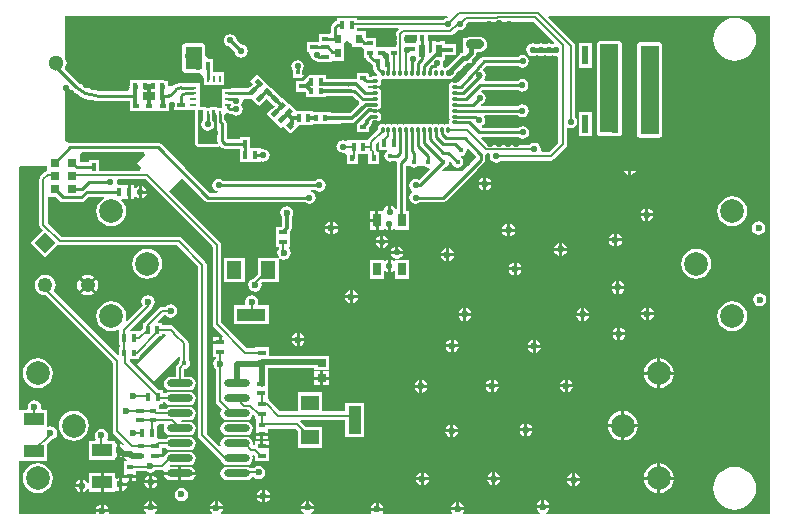
<source format=gtl>
G04 Layer_Physical_Order=1*
G04 Layer_Color=255*
%FSLAX25Y25*%
%MOIN*%
G70*
G01*
G75*
%ADD10C,0.01138*%
%ADD11R,0.01417X0.02598*%
%ADD12R,0.02598X0.01417*%
G04:AMPARAMS|DCode=13|XSize=14.17mil|YSize=25.98mil|CornerRadius=0mil|HoleSize=0mil|Usage=FLASHONLY|Rotation=315.000|XOffset=0mil|YOffset=0mil|HoleType=Round|Shape=Rectangle|*
%AMROTATEDRECTD13*
4,1,4,-0.01420,-0.00418,0.00418,0.01420,0.01420,0.00418,-0.00418,-0.01420,-0.01420,-0.00418,0.0*
%
%ADD13ROTATEDRECTD13*%

%ADD14R,0.03150X0.03150*%
%ADD15R,0.01969X0.01575*%
%ADD16R,0.01575X0.01969*%
G04:AMPARAMS|DCode=17|XSize=14.17mil|YSize=25.98mil|CornerRadius=0mil|HoleSize=0mil|Usage=FLASHONLY|Rotation=225.000|XOffset=0mil|YOffset=0mil|HoleType=Round|Shape=Rectangle|*
%AMROTATEDRECTD17*
4,1,4,-0.00418,0.01420,0.01420,-0.00418,0.00418,-0.01420,-0.01420,0.00418,-0.00418,0.01420,0.0*
%
%ADD17ROTATEDRECTD17*%

G04:AMPARAMS|DCode=18|XSize=15.75mil|YSize=19.69mil|CornerRadius=0mil|HoleSize=0mil|Usage=FLASHONLY|Rotation=45.000|XOffset=0mil|YOffset=0mil|HoleType=Round|Shape=Rectangle|*
%AMROTATEDRECTD18*
4,1,4,0.00139,-0.01253,-0.01253,0.00139,-0.00139,0.01253,0.01253,-0.00139,0.00139,-0.01253,0.0*
%
%ADD18ROTATEDRECTD18*%

%ADD19R,0.03150X0.02559*%
%ADD20R,0.02362X0.00984*%
%ADD21R,0.00984X0.02362*%
%ADD22R,0.06693X0.06693*%
%ADD23R,0.01280X0.01673*%
%ADD24R,0.01673X0.00984*%
G04:AMPARAMS|DCode=25|XSize=15.75mil|YSize=19.69mil|CornerRadius=0mil|HoleSize=0mil|Usage=FLASHONLY|Rotation=315.000|XOffset=0mil|YOffset=0mil|HoleType=Round|Shape=Rectangle|*
%AMROTATEDRECTD25*
4,1,4,-0.01253,-0.00139,0.00139,0.01253,0.01253,0.00139,-0.00139,-0.01253,-0.01253,-0.00139,0.0*
%
%ADD25ROTATEDRECTD25*%

G04:AMPARAMS|DCode=26|XSize=19.69mil|YSize=11.81mil|CornerRadius=1.77mil|HoleSize=0mil|Usage=FLASHONLY|Rotation=0.000|XOffset=0mil|YOffset=0mil|HoleType=Round|Shape=RoundedRectangle|*
%AMROUNDEDRECTD26*
21,1,0.01969,0.00827,0,0,0.0*
21,1,0.01615,0.01181,0,0,0.0*
1,1,0.00354,0.00807,-0.00413*
1,1,0.00354,-0.00807,-0.00413*
1,1,0.00354,-0.00807,0.00413*
1,1,0.00354,0.00807,0.00413*
%
%ADD26ROUNDEDRECTD26*%
G04:AMPARAMS|DCode=27|XSize=19.69mil|YSize=11.81mil|CornerRadius=1.77mil|HoleSize=0mil|Usage=FLASHONLY|Rotation=90.000|XOffset=0mil|YOffset=0mil|HoleType=Round|Shape=RoundedRectangle|*
%AMROUNDEDRECTD27*
21,1,0.01969,0.00827,0,0,90.0*
21,1,0.01615,0.01181,0,0,90.0*
1,1,0.00354,0.00413,0.00807*
1,1,0.00354,0.00413,-0.00807*
1,1,0.00354,-0.00413,-0.00807*
1,1,0.00354,-0.00413,0.00807*
%
%ADD27ROUNDEDRECTD27*%
G04:AMPARAMS|DCode=28|XSize=19.69mil|YSize=19.69mil|CornerRadius=2.95mil|HoleSize=0mil|Usage=FLASHONLY|Rotation=0.000|XOffset=0mil|YOffset=0mil|HoleType=Round|Shape=RoundedRectangle|*
%AMROUNDEDRECTD28*
21,1,0.01969,0.01378,0,0,0.0*
21,1,0.01378,0.01969,0,0,0.0*
1,1,0.00591,0.00689,-0.00689*
1,1,0.00591,-0.00689,-0.00689*
1,1,0.00591,-0.00689,0.00689*
1,1,0.00591,0.00689,0.00689*
%
%ADD28ROUNDEDRECTD28*%
%ADD29R,0.02362X0.03150*%
%ADD30R,0.02559X0.04134*%
%ADD31R,0.02362X0.04331*%
%ADD32R,0.06693X0.04331*%
%ADD33O,0.08661X0.02362*%
%ADD34R,0.02362X0.06299*%
%ADD35R,0.05118X0.05906*%
%ADD36R,0.09449X0.04331*%
%ADD37R,0.05906X0.05118*%
%ADD38R,0.04331X0.09449*%
%ADD39C,0.00787*%
%ADD40C,0.01969*%
%ADD41C,0.00984*%
%ADD42C,0.01181*%
%ADD43C,0.01000*%
%ADD44C,0.01600*%
%ADD45C,0.00787*%
%ADD46C,0.01969*%
%ADD47C,0.01200*%
%ADD48C,0.00984*%
%ADD49C,0.03200*%
%ADD50R,0.05510X0.07813*%
%ADD51R,0.06323X0.29821*%
%ADD52C,0.01772*%
%ADD53C,0.04921*%
%ADD54P,0.06960X4X360.0*%
%ADD55C,0.05118*%
%ADD56C,0.07874*%
%ADD57C,0.02362*%
%ADD58C,0.02362*%
%ADD59C,0.02165*%
%ADD60C,0.02165*%
G36*
X247608Y182320D02*
Y181815D01*
X243038Y177245D01*
X236403D01*
X236212Y177707D01*
X237012Y178507D01*
X237642Y178698D01*
X238222Y179174D01*
X238576Y179835D01*
X238627Y180357D01*
X239142Y180550D01*
X239597Y180095D01*
X239684Y179658D01*
X240101Y179034D01*
X240724Y178618D01*
X241460Y178471D01*
X242196Y178618D01*
X242819Y179034D01*
X243236Y179658D01*
X243383Y180394D01*
X243236Y181130D01*
X242819Y181754D01*
X242567Y181922D01*
X242607Y182187D01*
X242717Y182423D01*
X243377Y182555D01*
X244001Y182972D01*
X244417Y183595D01*
X244564Y184331D01*
X244483Y184738D01*
X244944Y184984D01*
X247608Y182320D01*
D02*
G37*
G36*
X156700Y196527D02*
X156663Y196339D01*
Y194452D01*
X156230Y193805D01*
X156069Y192992D01*
X156230Y192179D01*
X156691Y191490D01*
X157379Y191030D01*
X158192Y190869D01*
X159005Y191030D01*
X159694Y191490D01*
X160154Y192179D01*
X160315Y192992D01*
X160268Y193231D01*
X160716Y193392D01*
X161048Y192896D01*
X161388Y192555D01*
Y187481D01*
X161445Y187190D01*
X161504Y186896D01*
X161504Y186896D01*
X161504Y186896D01*
X161507Y186891D01*
X161240Y186391D01*
X158209D01*
Y186512D01*
X154937D01*
Y197799D01*
X155452D01*
Y197824D01*
X156700D01*
Y196527D01*
D02*
G37*
G36*
X160637D02*
X160600Y196339D01*
Y193977D01*
X160602Y193965D01*
X160154Y193805D01*
X159721Y194452D01*
Y196339D01*
X159684Y196527D01*
Y197824D01*
X160637D01*
Y196527D01*
D02*
G37*
G36*
X137430Y182571D02*
X134722Y179863D01*
X135985Y178601D01*
X135533Y177509D01*
X122075D01*
Y181019D01*
X118690D01*
Y180417D01*
X115655D01*
Y182695D01*
X116173Y183662D01*
X136978D01*
X137430Y182571D01*
D02*
G37*
G36*
X227861Y220567D02*
X227468D01*
Y219976D01*
X224121D01*
X223787Y220338D01*
Y222522D01*
X223939Y222674D01*
X227861D01*
Y220567D01*
D02*
G37*
G36*
X238019Y229196D02*
X238266Y228713D01*
X238146Y228548D01*
X237498Y228419D01*
X236809Y227958D01*
X236756Y227878D01*
X207972D01*
Y228362D01*
X201326D01*
Y227558D01*
X201201Y227533D01*
X200916Y227476D01*
X200915Y227476D01*
X200915Y227476D01*
X200673Y227315D01*
X200419Y227145D01*
X199631Y226358D01*
X199631Y226358D01*
X199631Y226357D01*
X199470Y226117D01*
X199299Y225862D01*
X199299Y225862D01*
X199299Y225861D01*
X199241Y225571D01*
X199183Y225277D01*
X199183Y225276D01*
X199183Y225276D01*
Y223425D01*
X198683Y223209D01*
X198155Y223505D01*
X198052Y223111D01*
X195397D01*
Y220434D01*
X191343D01*
Y217048D01*
X191820D01*
X192373Y216221D01*
X193028Y214639D01*
X194101Y214194D01*
X195083Y213701D01*
X195083Y213701D01*
X195083Y213701D01*
X199649D01*
Y214056D01*
X203665D01*
Y218780D01*
Y220145D01*
X204684Y220742D01*
X206421Y219767D01*
Y218780D01*
X208180D01*
X208208Y218764D01*
X209244D01*
X209351Y218664D01*
X209470Y218619D01*
X209576Y218548D01*
X209747Y218514D01*
X209909Y218453D01*
X210063Y218353D01*
X210342Y218087D01*
Y217566D01*
X210357Y217558D01*
Y215039D01*
X210843D01*
X210989Y214781D01*
X211190Y214297D01*
X211286Y214257D01*
X211337Y214167D01*
X211912Y213718D01*
X211989Y213756D01*
X213138Y212859D01*
Y211497D01*
Y211166D01*
X213530D01*
X213585Y210979D01*
X213630Y210754D01*
X213670Y210695D01*
X213690Y210626D01*
X213834Y210448D01*
X213961Y210258D01*
X214714Y209504D01*
D01*
D01*
X214628Y209221D01*
X214572Y209036D01*
X214364Y208977D01*
X213094D01*
X212826Y208923D01*
X212666Y208891D01*
X211948D01*
Y210134D01*
X211939D01*
X211933Y210118D01*
X207995D01*
Y208345D01*
X207602Y208083D01*
X204944D01*
X204821Y208032D01*
X203665D01*
Y208150D01*
X197523D01*
Y209449D01*
X190919D01*
X190909Y209449D01*
X189738Y209474D01*
Y210804D01*
X190351Y212284D01*
X189696Y213866D01*
X188114Y214521D01*
X186532Y213866D01*
X185877Y212284D01*
X186490Y210804D01*
Y208445D01*
X187147D01*
X187622Y207461D01*
X187622Y207264D01*
Y205834D01*
X187541Y205640D01*
X187622Y205446D01*
Y203819D01*
X190624D01*
X190869Y203574D01*
Y202047D01*
X197563D01*
Y202362D01*
X199727D01*
Y202244D01*
X203665D01*
Y202362D01*
X206602D01*
X208637Y200327D01*
X208760Y199710D01*
X205754Y196704D01*
X205679D01*
X205660Y196713D01*
X204127Y196772D01*
X204101Y196763D01*
X204065Y196749D01*
X204030Y196763D01*
X202198Y196733D01*
X199138D01*
Y196930D01*
X193389D01*
Y197244D01*
X187827D01*
X185430Y199641D01*
X183203Y201869D01*
X182934Y201600D01*
X180562Y203972D01*
X180515Y203925D01*
X179375Y205064D01*
X179250Y205116D01*
X177973Y206394D01*
X177973Y206394D01*
X176378Y207990D01*
X176366Y208017D01*
X176339Y208029D01*
X174744Y209623D01*
X172350Y207229D01*
X173193Y206387D01*
X172184Y205378D01*
X172173Y205350D01*
X171733Y204910D01*
X165082D01*
X164587Y204705D01*
X162917D01*
Y201753D01*
Y198504D01*
X161420D01*
X161390Y198577D01*
X160637Y198889D01*
X159684D01*
X158931Y198577D01*
X158901Y198504D01*
X157483D01*
X157453Y198577D01*
X156700Y198889D01*
X155452D01*
X155436Y199980D01*
Y201753D01*
Y206673D01*
X153766D01*
X153271Y206878D01*
X149334D01*
X149334Y207089D01*
X146187Y205785D01*
X146097Y205568D01*
X144905Y205777D01*
X144807Y206023D01*
Y207560D01*
X132208D01*
Y206023D01*
X132010Y205527D01*
X132106Y205303D01*
X131656Y204122D01*
X121311D01*
Y204282D01*
X118189Y204903D01*
X115542Y206672D01*
X115429Y206559D01*
X110666Y211322D01*
Y211922D01*
X111272Y213386D01*
X110666Y214850D01*
Y229213D01*
X237993D01*
X238019Y229196D01*
D02*
G37*
G36*
X221820Y224574D02*
X221361Y224114D01*
X221206Y223883D01*
X221053Y223654D01*
X221053Y223653D01*
X221053Y223653D01*
X220999Y223378D01*
X220945Y223110D01*
Y218599D01*
X218215D01*
X218215Y218599D01*
X218052Y218599D01*
X217564Y218630D01*
X217461Y218652D01*
X217277Y218718D01*
X217172Y218713D01*
X217069Y218734D01*
X216877Y218698D01*
X216681Y218689D01*
X216586Y218644D01*
X216482Y218625D01*
X216417Y218599D01*
X214311D01*
Y221748D01*
X210767D01*
Y223914D01*
X207972D01*
Y225036D01*
X221629D01*
X221820Y224574D01*
D02*
G37*
G36*
X345468Y178925D02*
X345468Y117047D01*
X345469Y63031D01*
X270995D01*
X270879Y63531D01*
X271490Y63939D01*
X271972Y64661D01*
X272042Y65012D01*
X267793D01*
X267863Y64661D01*
X268345Y63939D01*
X268955Y63531D01*
X268840Y63031D01*
X243441D01*
X243174Y63531D01*
X243507Y64031D01*
X243577Y64382D01*
X239328D01*
X239398Y64031D01*
X239732Y63531D01*
X239465Y63031D01*
X216748D01*
X216481Y63531D01*
X216657Y63795D01*
X216727Y64146D01*
X212478D01*
X212548Y63795D01*
X212724Y63531D01*
X212457Y63031D01*
X192861D01*
X192709Y63531D01*
X193025Y63743D01*
X193507Y64464D01*
X193577Y64815D01*
X189328D01*
X189398Y64464D01*
X189880Y63743D01*
X190196Y63531D01*
X190045Y63031D01*
X162683D01*
X162532Y63531D01*
X162671Y63624D01*
X163153Y64346D01*
X163223Y64697D01*
X158974D01*
X159044Y64346D01*
X159526Y63624D01*
X159665Y63531D01*
X159514Y63031D01*
X140656D01*
X140504Y63531D01*
X140702Y63664D01*
X141184Y64385D01*
X141254Y64736D01*
X137006D01*
X137075Y64385D01*
X137557Y63664D01*
X137756Y63531D01*
X137604Y63031D01*
X125457D01*
X125100Y63531D01*
X125113Y63595D01*
X120864D01*
X120876Y63531D01*
X120520Y63031D01*
X95350D01*
X95350Y80790D01*
X95850Y80850D01*
X104518D01*
Y86432D01*
X105941Y87855D01*
X106595Y87985D01*
X107317Y88467D01*
X107799Y89188D01*
X107968Y90039D01*
X107799Y90890D01*
X107317Y91612D01*
X106595Y92094D01*
X105744Y92263D01*
X105018Y92119D01*
X104518Y92399D01*
Y97811D01*
X102986D01*
X102575Y98311D01*
X102653Y98701D01*
X102484Y99552D01*
X102002Y100273D01*
X101280Y100755D01*
X100429Y100925D01*
X99578Y100755D01*
X98857Y100273D01*
X98375Y99552D01*
X98205Y98701D01*
X98283Y98311D01*
X97873Y97811D01*
X95850D01*
X95825Y97811D01*
X95350Y97872D01*
X95350Y133465D01*
X95192Y178570D01*
X95545Y178924D01*
X104615Y178924D01*
Y177395D01*
X104290Y177331D01*
X103829Y177023D01*
X102427Y175621D01*
X102119Y175160D01*
X102011Y174617D01*
Y159480D01*
X102119Y158936D01*
X102427Y158475D01*
X103234Y157668D01*
X99094Y153528D01*
X103988Y148634D01*
X108191Y152837D01*
X108274Y152782D01*
X108817Y152674D01*
X108817Y152674D01*
X147912D01*
X154953Y145632D01*
Y89252D01*
X155061Y88708D01*
X155369Y88247D01*
X162511Y81105D01*
X162587Y80724D01*
X163069Y80002D01*
X163791Y79520D01*
X164642Y79351D01*
X170941D01*
X171792Y79520D01*
X172513Y80002D01*
X172995Y80724D01*
X173165Y81575D01*
X173034Y82232D01*
X173278Y82707D01*
X173356Y82785D01*
X173485Y82805D01*
X173866Y82458D01*
Y80701D01*
X178464D01*
Y83929D01*
Y85137D01*
X176165D01*
Y85637D01*
X175665D01*
Y87346D01*
X173866D01*
Y86264D01*
X173530Y86140D01*
X173152Y86511D01*
X173165Y86575D01*
X172995Y87426D01*
X172513Y88147D01*
X171792Y88629D01*
X170941Y88799D01*
X164642D01*
X163791Y88629D01*
X163069Y88147D01*
X162587Y87426D01*
X162418Y86575D01*
X162579Y85763D01*
X162557Y85734D01*
X162022Y85614D01*
X157795Y89841D01*
Y146221D01*
X157687Y146764D01*
X157379Y147225D01*
X149505Y155099D01*
X149044Y155407D01*
X148500Y155515D01*
X109406D01*
X104853Y160069D01*
Y168761D01*
X107502D01*
X108695Y167568D01*
X109214Y167222D01*
X109826Y167100D01*
X116013D01*
X116625Y167222D01*
X117144Y167568D01*
X118430Y168855D01*
X123637D01*
X123736Y168355D01*
X123530Y168269D01*
X122499Y167478D01*
X121707Y166446D01*
X121210Y165245D01*
X121040Y163957D01*
X121210Y162668D01*
X121707Y161467D01*
X122499Y160436D01*
X123530Y159644D01*
X124731Y159147D01*
X126020Y158977D01*
X127308Y159147D01*
X128509Y159644D01*
X129541Y160436D01*
X130332Y161467D01*
X130830Y162668D01*
X130999Y163957D01*
X130830Y165245D01*
X130332Y166446D01*
X129541Y167478D01*
X129275Y167682D01*
X129436Y168155D01*
X131438D01*
Y170454D01*
Y172753D01*
X128152D01*
X127778Y173253D01*
X127875Y173742D01*
X127805Y174097D01*
X128215Y174597D01*
X137441D01*
X159874Y152164D01*
Y126299D01*
X159983Y125756D01*
X160291Y125295D01*
X163139Y122446D01*
X162948Y121984D01*
X162819D01*
Y120275D01*
X162319D01*
Y119775D01*
X160020D01*
Y118567D01*
Y115339D01*
X160859D01*
Y114784D01*
X160707Y114683D01*
X160225Y113961D01*
X160056Y113110D01*
X160225Y112259D01*
X160707Y111538D01*
X160866Y111432D01*
Y100623D01*
X160974Y100079D01*
X161282Y99618D01*
X162942Y97957D01*
X162587Y97426D01*
X162418Y96575D01*
X162587Y95724D01*
X163069Y95002D01*
X163791Y94520D01*
X164642Y94351D01*
X170941D01*
X171792Y94520D01*
X172513Y95002D01*
X172995Y95724D01*
X173045Y95972D01*
X173523Y96117D01*
X173866Y95775D01*
Y94716D01*
X174153Y94622D01*
Y91047D01*
Y90185D01*
X176138D01*
X178122D01*
Y91493D01*
X187400D01*
X188327Y90566D01*
Y85063D01*
X196232D01*
Y92181D01*
X190730D01*
X188993Y93918D01*
X188952Y93945D01*
X189104Y94445D01*
X204075D01*
Y88606D01*
X210405D01*
Y100055D01*
X204075D01*
Y97287D01*
X196232D01*
Y103598D01*
X188327D01*
Y97287D01*
X182273D01*
X178902Y100657D01*
X178546Y100895D01*
X178464Y101361D01*
X178397Y101599D01*
X178398D01*
X178397Y101599D01*
Y104827D01*
Y108244D01*
X178188D01*
Y111599D01*
X193563D01*
Y111224D01*
X198713D01*
Y115783D01*
X193563D01*
Y115646D01*
X178437D01*
Y118559D01*
X173839D01*
Y118271D01*
X171333D01*
X162716Y126888D01*
Y152753D01*
X162716Y152753D01*
X162608Y153296D01*
X162300Y153758D01*
X162300Y153758D01*
X145213Y170845D01*
X149557Y175189D01*
X157270Y167476D01*
X157766Y167144D01*
X158352Y167028D01*
X190586D01*
X191233Y166595D01*
X192045Y166434D01*
X192858Y166595D01*
X193547Y167056D01*
X194007Y167745D01*
X194169Y168557D01*
X194007Y169370D01*
X193547Y170059D01*
X192858Y170519D01*
X192438Y170603D01*
X192487Y171103D01*
X193870D01*
X194518Y170670D01*
X195330Y170509D01*
X196143Y170670D01*
X196832Y171131D01*
X197292Y171819D01*
X197454Y172632D01*
X197292Y173445D01*
X196832Y174134D01*
X196143Y174594D01*
X195330Y174756D01*
X194518Y174594D01*
X193870Y174161D01*
X163305D01*
X162657Y174594D01*
X161845Y174756D01*
X161032Y174594D01*
X160343Y174134D01*
X159883Y173445D01*
X159721Y172632D01*
X159883Y171819D01*
X160343Y171131D01*
X161032Y170670D01*
X161452Y170587D01*
X161403Y170087D01*
X158985D01*
X150610Y178462D01*
X150642Y178540D01*
X142776Y186405D01*
X141640Y186875D01*
X141640Y186875D01*
X112322D01*
X111847Y186678D01*
X110666Y187427D01*
Y205024D01*
X111757Y205476D01*
X113051Y204181D01*
X112982Y204112D01*
X116804Y201558D01*
X121311Y200661D01*
Y200760D01*
X132208D01*
Y197323D01*
X136146D01*
Y197323D01*
X136538D01*
Y197323D01*
X140476D01*
Y197323D01*
X141263D01*
Y197323D01*
X145201D01*
Y199916D01*
X145964Y200317D01*
X147051Y199635D01*
Y197835D01*
X151106D01*
Y197815D01*
X153861D01*
X153872Y197799D01*
Y190238D01*
X153790Y190040D01*
X153872Y189842D01*
Y186512D01*
X154184Y185758D01*
X154937Y185446D01*
X157917D01*
X158209Y185325D01*
X161240D01*
X161389Y185387D01*
X161549Y185371D01*
X161752Y185537D01*
X161871Y185586D01*
X162962Y185163D01*
X163539Y184924D01*
X164097Y184693D01*
X164098Y184693D01*
X164098Y184693D01*
X168862D01*
Y180473D01*
X175476D01*
Y180473D01*
X175803Y180692D01*
X176696Y180322D01*
X178278Y180977D01*
X178933Y182559D01*
X178278Y184141D01*
X176696Y184796D01*
X176167Y184577D01*
X175476Y185039D01*
Y185039D01*
X172248D01*
Y188582D01*
X168862D01*
Y187906D01*
X164764D01*
X164523Y188146D01*
Y193189D01*
X164524Y193189D01*
X164053Y194325D01*
X163735Y194642D01*
Y196035D01*
X164498Y196642D01*
X164827Y196772D01*
X165476Y196503D01*
X165476Y196503D01*
X166119D01*
X167641Y195873D01*
X169223Y196528D01*
X169878Y198110D01*
X169307Y199488D01*
X169878Y200866D01*
X170334Y201548D01*
X172445D01*
X172686Y201648D01*
X175255Y199079D01*
X176848Y200673D01*
X176877Y200685D01*
X177105Y200912D01*
X178056Y201467D01*
X180429Y199094D01*
X180418Y199084D01*
X180447Y199056D01*
X179598Y198208D01*
X179426Y198136D01*
X179354Y197964D01*
X177862Y196472D01*
X180145Y194189D01*
X182539Y191795D01*
X183227Y192483D01*
X185823Y189887D01*
X188329Y192392D01*
Y192392D01*
X188447Y192678D01*
X193389D01*
Y192992D01*
X199138D01*
Y193189D01*
X202484D01*
Y193307D01*
X204988D01*
X205528Y193287D01*
X205574Y193304D01*
X205594Y193296D01*
X206327D01*
X206421Y193256D01*
X206432Y193261D01*
X206443Y193257D01*
X206814Y193416D01*
X207395Y193179D01*
X207995Y192630D01*
Y190433D01*
X211933D01*
X211939Y190418D01*
X211948D01*
Y191896D01*
X212292Y192239D01*
X212292Y192239D01*
X212643Y192765D01*
X212767Y193386D01*
X212767Y193386D01*
Y193501D01*
X213195Y193929D01*
X213901D01*
X213947Y193938D01*
X214708D01*
X215168Y194030D01*
X215557Y194290D01*
X215817Y194679D01*
X215909Y195139D01*
Y195965D01*
X215817Y196425D01*
X215557Y196814D01*
X215168Y197074D01*
X214708Y197166D01*
X213937D01*
X213901Y197173D01*
X212523D01*
X212523Y197173D01*
X212523D01*
X212039Y197076D01*
X211617Y197318D01*
X211613Y197369D01*
X212073Y197866D01*
X213901D01*
X213947Y197875D01*
X214708D01*
X215168Y197967D01*
X215557Y198227D01*
X215817Y198616D01*
X215909Y199076D01*
Y199902D01*
X215817Y200362D01*
X215743Y200473D01*
X215817Y200584D01*
X215909Y201044D01*
Y201870D01*
X215817Y202330D01*
X215742Y202442D01*
X215817Y202553D01*
X215909Y203013D01*
Y203839D01*
X215817Y204299D01*
X215557Y204688D01*
X215168Y204948D01*
X214708Y205040D01*
X213094D01*
X212634Y204948D01*
X212631Y204946D01*
X211540D01*
Y205833D01*
X212675D01*
X213094Y205749D01*
X214708D01*
X215168Y205841D01*
X215557Y206101D01*
X215817Y206490D01*
X215909Y206950D01*
Y207432D01*
X216016Y207807D01*
X216391Y207914D01*
X216873D01*
X217333Y208006D01*
X217444Y208081D01*
X217556Y208006D01*
X218016Y207914D01*
X218842D01*
X219302Y208006D01*
X219413Y208080D01*
X219524Y208006D01*
X219984Y207914D01*
X220810D01*
X221270Y208006D01*
X221381Y208081D01*
X221493Y208006D01*
X221953Y207914D01*
X222779D01*
X223239Y208006D01*
X223350Y208080D01*
X223461Y208006D01*
X223921Y207914D01*
X224747D01*
X225207Y208006D01*
X225319Y208081D01*
X225430Y208006D01*
X225890Y207914D01*
X226716D01*
X227176Y208006D01*
X227287Y208080D01*
X227398Y208006D01*
X227858Y207914D01*
X228684D01*
X229144Y208006D01*
X229256Y208081D01*
X229367Y208006D01*
X229827Y207914D01*
X230653D01*
X231113Y208006D01*
X231224Y208080D01*
X231335Y208006D01*
X231795Y207914D01*
X232621D01*
X233081Y208006D01*
X233192Y208081D01*
X233304Y208006D01*
X233764Y207914D01*
X234590D01*
X235050Y208006D01*
X235161Y208080D01*
X235272Y208006D01*
X235732Y207914D01*
X236558D01*
X237018Y208006D01*
X237129Y208081D01*
X237241Y208006D01*
X237701Y207914D01*
X238527D01*
X238987Y208006D01*
X239202Y208150D01*
X239277Y208200D01*
D01*
D01*
X239406Y208225D01*
X240002Y208623D01*
X240593Y209214D01*
X240991Y209810D01*
X241039Y210055D01*
X241300Y210315D01*
X241786Y210801D01*
D01*
X244189Y213205D01*
X244216D01*
X244456Y213252D01*
X246200D01*
Y214429D01*
X247088Y215316D01*
X247089Y215316D01*
X247089Y215316D01*
X247286Y215612D01*
X247486Y215911D01*
X247486Y215911D01*
X247487Y215912D01*
X247562Y216289D01*
X247626Y216613D01*
X247961Y216945D01*
X248744D01*
X249423Y217034D01*
X250055Y217296D01*
X250598Y217713D01*
X251015Y218256D01*
X251277Y218888D01*
X251366Y219567D01*
X251277Y220246D01*
X251015Y220878D01*
X250598Y221421D01*
X250055Y221838D01*
X249423Y222100D01*
X248744Y222189D01*
X245791D01*
X245112Y222100D01*
X244500Y221847D01*
X243216D01*
Y219927D01*
X243169Y219567D01*
X243216Y219207D01*
Y217287D01*
X243216Y217287D01*
X243119Y216828D01*
X242231D01*
Y216405D01*
X242131Y216338D01*
X237997Y212204D01*
X237814Y211930D01*
X237701D01*
X237241Y211838D01*
X237227Y211828D01*
X236712Y211970D01*
X236485Y212386D01*
X236532Y212455D01*
X236693Y213268D01*
X236600Y213737D01*
X236983Y214236D01*
X237342D01*
Y216007D01*
X241083D01*
Y219583D01*
X237342D01*
Y220567D01*
X232980D01*
Y217384D01*
X232292Y216696D01*
X231830Y216887D01*
Y220567D01*
X231436D01*
Y222674D01*
X239098D01*
X239642Y222782D01*
X240103Y223090D01*
X241496Y224483D01*
X242248Y224334D01*
X243061Y224495D01*
X243749Y224956D01*
X244210Y225644D01*
X244371Y226457D01*
X244353Y226552D01*
X244930Y227129D01*
X254572D01*
X254616Y227138D01*
X266722D01*
X273604Y220256D01*
X273484Y219806D01*
X272992Y219679D01*
X272841Y219780D01*
X272029Y219942D01*
X271216Y219780D01*
X271027Y219654D01*
X270275D01*
X270085Y219780D01*
X269273Y219942D01*
X268460Y219780D01*
X268271Y219654D01*
X267519D01*
X267329Y219780D01*
X266517Y219942D01*
X265704Y219780D01*
X265015Y219320D01*
X264555Y218631D01*
X264393Y217818D01*
X264555Y217006D01*
X265015Y216317D01*
X265704Y215857D01*
X266517Y215695D01*
X267329Y215857D01*
X267519Y215983D01*
X268271D01*
X268460Y215857D01*
X269273Y215695D01*
X270085Y215857D01*
X270275Y215983D01*
X271027D01*
X271216Y215857D01*
X272029Y215695D01*
X272841Y215857D01*
X273031Y215983D01*
X273389D01*
X273578Y215857D01*
X274391Y215695D01*
X274693Y215755D01*
X275079Y215438D01*
Y186888D01*
X271920Y183729D01*
X269481D01*
X269111Y184229D01*
X269210Y184725D01*
X269048Y185538D01*
X268588Y186226D01*
X267899Y186687D01*
X267086Y186848D01*
X266274Y186687D01*
X265585Y186226D01*
X265531Y186146D01*
X251497D01*
X249389Y188254D01*
X249580Y188716D01*
X261745D01*
X262392Y188283D01*
X263205Y188122D01*
X264018Y188283D01*
X264706Y188744D01*
X265167Y189433D01*
X265328Y190245D01*
X265167Y191058D01*
X264706Y191747D01*
X264018Y192207D01*
X263205Y192368D01*
X262392Y192207D01*
X261745Y191774D01*
X249717D01*
X249593Y191942D01*
X249731Y192582D01*
X250087Y192820D01*
X250547Y193509D01*
X250709Y194321D01*
X250547Y195134D01*
X250308Y195491D01*
X250576Y195991D01*
X261590D01*
X262237Y195558D01*
X263050Y195397D01*
X263862Y195558D01*
X264551Y196019D01*
X265011Y196707D01*
X265173Y197520D01*
X265011Y198333D01*
X264551Y199021D01*
X263862Y199482D01*
X263050Y199643D01*
X262237Y199482D01*
X261590Y199049D01*
X249519D01*
X249126Y199549D01*
X249135Y199588D01*
X249605Y199681D01*
X250294Y200142D01*
X250754Y200831D01*
X250916Y201643D01*
X250754Y202456D01*
X250294Y203145D01*
X249605Y203605D01*
X249391Y203648D01*
X249246Y204126D01*
X249574Y204455D01*
X261461D01*
X262134Y204005D01*
X262947Y203843D01*
X263759Y204005D01*
X264448Y204465D01*
X264908Y205154D01*
X265070Y205967D01*
X264908Y206779D01*
X264448Y207468D01*
X263759Y207929D01*
X262947Y208090D01*
X262134Y207929D01*
X261513Y207513D01*
X250610D01*
X250342Y208013D01*
X250629Y208443D01*
X250721Y208904D01*
X250747Y208943D01*
X250863Y209528D01*
X250747Y210113D01*
X250415Y210610D01*
X249970Y210907D01*
X249912Y211185D01*
X249951Y211504D01*
X250886Y212440D01*
X261647D01*
X262294Y212007D01*
X263107Y211846D01*
X263920Y212007D01*
X264609Y212468D01*
X265069Y213156D01*
X265230Y213969D01*
X265069Y214782D01*
X264609Y215471D01*
X263920Y215931D01*
X263107Y216092D01*
X262294Y215931D01*
X261647Y215498D01*
X250253D01*
X249668Y215382D01*
X249171Y215050D01*
X247701Y213580D01*
X247517Y213306D01*
X247337Y213170D01*
X241781Y206948D01*
X241480Y207008D01*
X239866D01*
X239406Y206916D01*
X239017Y206656D01*
X238757Y206267D01*
X238665Y205807D01*
Y204981D01*
X238757Y204521D01*
X238831Y204410D01*
X238757Y204299D01*
X238665Y203839D01*
Y203013D01*
X238757Y202553D01*
X238831Y202442D01*
X238757Y202330D01*
X238665Y201870D01*
Y201044D01*
X238757Y200584D01*
X238831Y200473D01*
X238757Y200362D01*
X238665Y199902D01*
Y199076D01*
X238757Y198616D01*
X238831Y198504D01*
X238757Y198393D01*
X238665Y197933D01*
Y197107D01*
X238757Y196647D01*
X238831Y196536D01*
X238757Y196425D01*
X238665Y195965D01*
Y195139D01*
X238757Y194679D01*
X238831Y194568D01*
X238757Y194456D01*
X238665Y193996D01*
Y193514D01*
X238558Y193139D01*
X238183Y193032D01*
X237701D01*
X237241Y192940D01*
X237129Y192866D01*
X237018Y192940D01*
X236558Y193032D01*
X235732D01*
X235272Y192940D01*
X235161Y192866D01*
X235050Y192940D01*
X234590Y193032D01*
X233764D01*
X233304Y192940D01*
X233192Y192866D01*
X233081Y192940D01*
X232621Y193032D01*
X231795D01*
X231335Y192940D01*
X231224Y192866D01*
X231113Y192940D01*
X230653Y193032D01*
X229827D01*
X229367Y192940D01*
X229256Y192866D01*
X229144Y192940D01*
X228684Y193032D01*
X227858D01*
X227398Y192940D01*
X227287Y192866D01*
X227176Y192940D01*
X226716Y193032D01*
X225890D01*
X225430Y192940D01*
X225319Y192866D01*
X225207Y192940D01*
X224747Y193032D01*
X223921D01*
X223461Y192940D01*
X223350Y192866D01*
X223239Y192940D01*
X222779Y193032D01*
X221953D01*
X221493Y192940D01*
X221381Y192866D01*
X221270Y192940D01*
X220810Y193032D01*
X219984D01*
X219524Y192940D01*
X219413Y192866D01*
X219302Y192940D01*
X218842Y193032D01*
X218016D01*
X217556Y192940D01*
X217444Y192866D01*
X217333Y192940D01*
X216873Y193032D01*
X216047D01*
X215587Y192940D01*
X215198Y192680D01*
X214938Y192291D01*
X214846Y191831D01*
Y191223D01*
X213074Y189450D01*
X211715Y188092D01*
X211623Y187953D01*
X211588Y187954D01*
X211522Y187795D01*
X205082D01*
Y187795D01*
X203901Y187488D01*
X203271Y187749D01*
X201689Y187094D01*
X201034Y185512D01*
X201689Y183930D01*
X203271Y183275D01*
X203468Y183356D01*
X204649Y182567D01*
Y179606D01*
X204969D01*
X205106Y179354D01*
X205260Y179590D01*
X208208D01*
Y183213D01*
X211693D01*
Y181969D01*
X211720Y181832D01*
Y179590D01*
X215296D01*
Y183560D01*
X214535D01*
Y183937D01*
X214427Y184481D01*
X214141Y184908D01*
Y186498D01*
X214842Y187199D01*
X215303Y187008D01*
Y184394D01*
X217766D01*
X217917Y183894D01*
X217659Y183722D01*
X217243Y183098D01*
X217096Y182362D01*
X217243Y181626D01*
X217659Y181002D01*
X218283Y180586D01*
X219019Y180439D01*
X219755Y180586D01*
X220124Y180833D01*
X220825D01*
X221235Y180333D01*
X221203Y180170D01*
Y177245D01*
Y164780D01*
X221024Y164717D01*
X220703Y164697D01*
X220293Y165311D01*
X219604Y165771D01*
X219291Y165833D01*
Y163809D01*
X218291D01*
Y165833D01*
X217979Y165771D01*
X217290Y165311D01*
X216829Y164622D01*
X216703Y163986D01*
X215022D01*
Y160919D01*
X214522D01*
Y160419D01*
X212243D01*
Y157852D01*
X213668D01*
X213843Y157736D01*
X214155Y157674D01*
Y159698D01*
X215155D01*
Y157674D01*
X215468Y157736D01*
X215642Y157852D01*
X216802D01*
Y158092D01*
X217302Y158216D01*
X217942Y157788D01*
X218254Y157726D01*
Y159750D01*
X219254D01*
Y157726D01*
X219567Y157788D01*
X220207Y158216D01*
X220707Y158092D01*
Y157852D01*
X225266D01*
Y163986D01*
X224261D01*
Y178924D01*
X225698D01*
X226157Y178618D01*
X226893Y178471D01*
X227629Y178618D01*
X228088Y178924D01*
X230423D01*
X230882Y178618D01*
X231618Y178471D01*
X232024Y178552D01*
X232270Y178091D01*
X228581Y174402D01*
X228294Y174594D01*
X227481Y174756D01*
X226669Y174594D01*
X225980Y174134D01*
X225519Y173445D01*
X225358Y172632D01*
X225519Y171819D01*
X225980Y171131D01*
X226338Y170891D01*
Y170290D01*
X225992Y170059D01*
X225532Y169370D01*
X225370Y168557D01*
X225532Y167745D01*
X225992Y167056D01*
X226681Y166595D01*
X227493Y166434D01*
X228306Y166595D01*
X228953Y167028D01*
X236513D01*
X237099Y167144D01*
X237595Y167476D01*
X247826Y177707D01*
X249043Y178924D01*
X250218Y180100D01*
X250550Y180596D01*
X250666Y181181D01*
Y182843D01*
X250766Y183033D01*
X251106Y183304D01*
X251923D01*
X252293Y182804D01*
X252194Y182308D01*
X252356Y181495D01*
X252816Y180806D01*
X253505Y180346D01*
X254317Y180184D01*
X255130Y180346D01*
X255819Y180806D01*
X255873Y180887D01*
X272509D01*
X273052Y180995D01*
X273513Y181303D01*
X277505Y185294D01*
X277813Y185755D01*
X277921Y186299D01*
Y191625D01*
X278421Y191853D01*
X279156Y191707D01*
X279968Y191869D01*
X280657Y192329D01*
X281118Y193018D01*
X281279Y193831D01*
X281118Y194643D01*
X280657Y195332D01*
X280577Y195386D01*
Y219173D01*
X280468Y219717D01*
X280160Y220178D01*
X271587Y228751D01*
X271779Y229213D01*
X345468D01*
Y178925D01*
D02*
G37*
%LPC*%
G36*
X165673Y223182D02*
X164091Y222527D01*
X163436Y220945D01*
X164091Y219363D01*
X165614Y218733D01*
X167003Y217342D01*
X167634Y215820D01*
X169216Y215165D01*
X170798Y215820D01*
X171453Y217402D01*
X170798Y218984D01*
X169275Y219615D01*
X167885Y221004D01*
X167255Y222527D01*
X165673Y223182D01*
D02*
G37*
G36*
X156307Y220059D02*
X150796D01*
X150043Y219747D01*
X149731Y218993D01*
Y216287D01*
X149459Y215630D01*
X149731Y214973D01*
Y211180D01*
X149925Y210711D01*
Y210512D01*
X150008D01*
X150043Y210427D01*
X150796Y210115D01*
X155471D01*
X156617Y209089D01*
X156637Y209024D01*
X156626Y208265D01*
X156586Y208170D01*
X156716Y207844D01*
Y205985D01*
X163605D01*
Y210315D01*
X159925D01*
Y214764D01*
X158303D01*
X157477Y215630D01*
X157372Y215884D01*
Y218993D01*
X157060Y219747D01*
X156307Y220059D01*
D02*
G37*
G36*
X240024Y92951D02*
Y91327D01*
X241648D01*
X241578Y91678D01*
X241096Y92399D01*
X240375Y92881D01*
X240024Y92951D01*
D02*
G37*
G36*
X266372Y90602D02*
X264748D01*
Y88978D01*
X265099Y89048D01*
X265821Y89530D01*
X266303Y90251D01*
X266372Y90602D01*
D02*
G37*
G36*
X263748D02*
X262124D01*
X262193Y90251D01*
X262676Y89530D01*
X263397Y89048D01*
X263748Y88978D01*
Y90602D01*
D02*
G37*
G36*
X239024Y92951D02*
X238673Y92881D01*
X237951Y92399D01*
X237469Y91678D01*
X237399Y91327D01*
X239024D01*
Y92951D01*
D02*
G37*
G36*
X170941Y93799D02*
X164642D01*
X163791Y93629D01*
X163069Y93147D01*
X162587Y92426D01*
X162418Y91575D01*
X162587Y90724D01*
X163069Y90002D01*
X163791Y89520D01*
X164642Y89351D01*
X170941D01*
X171792Y89520D01*
X172513Y90002D01*
X172995Y90724D01*
X173165Y91575D01*
X172995Y92426D01*
X172513Y93147D01*
X171792Y93629D01*
X170941Y93799D01*
D02*
G37*
G36*
X228748Y105130D02*
X227124D01*
X227193Y104779D01*
X227676Y104057D01*
X228397Y103575D01*
X228748Y103506D01*
Y105130D01*
D02*
G37*
G36*
X231372D02*
X229748D01*
Y103506D01*
X230099Y103575D01*
X230820Y104057D01*
X231303Y104779D01*
X231372Y105130D01*
D02*
G37*
G36*
X252488Y105248D02*
X250864D01*
X250934Y104897D01*
X251416Y104175D01*
X252137Y103693D01*
X252488Y103624D01*
Y105248D01*
D02*
G37*
G36*
X297031Y97434D02*
Y93020D01*
X301445D01*
X301341Y93809D01*
X300844Y95009D01*
X300053Y96041D01*
X299021Y96832D01*
X297820Y97330D01*
X297031Y97434D01*
D02*
G37*
G36*
X263748Y93227D02*
X263397Y93157D01*
X262676Y92675D01*
X262193Y91953D01*
X262124Y91602D01*
X263748D01*
Y93227D01*
D02*
G37*
G36*
X264748D02*
Y91602D01*
X266372D01*
X266303Y91953D01*
X265821Y92675D01*
X265099Y93157D01*
X264748Y93227D01*
D02*
G37*
G36*
X296031Y97434D02*
X295243Y97330D01*
X294042Y96832D01*
X293010Y96041D01*
X292219Y95009D01*
X291722Y93809D01*
X291618Y93020D01*
X296031D01*
Y97434D01*
D02*
G37*
G36*
X122752Y91515D02*
X121901Y91346D01*
X121179Y90864D01*
X120697Y90142D01*
X120528Y89291D01*
X120697Y88440D01*
X120994Y87996D01*
X120727Y87496D01*
X118624D01*
Y81165D01*
X127316D01*
Y81890D01*
X127816Y82172D01*
X128039Y82127D01*
Y84252D01*
Y86376D01*
X127816Y86332D01*
X127316Y86614D01*
Y87496D01*
X124777D01*
X124510Y87996D01*
X124806Y88440D01*
X124976Y89291D01*
X124806Y90142D01*
X124325Y90864D01*
X123603Y91346D01*
X122752Y91515D01*
D02*
G37*
G36*
X178464Y87346D02*
X176665D01*
Y86137D01*
X178464D01*
Y87346D01*
D02*
G37*
G36*
X113539Y97499D02*
X112250Y97330D01*
X111050Y96832D01*
X110018Y96041D01*
X109227Y95009D01*
X108729Y93809D01*
X108560Y92520D01*
X108729Y91231D01*
X109227Y90030D01*
X110018Y88999D01*
X111050Y88207D01*
X112250Y87710D01*
X113539Y87540D01*
X114828Y87710D01*
X116029Y88207D01*
X117060Y88999D01*
X117852Y90030D01*
X118349Y91231D01*
X118519Y92520D01*
X118349Y93809D01*
X117852Y95009D01*
X117060Y96041D01*
X116029Y96832D01*
X114828Y97330D01*
X113539Y97499D01*
D02*
G37*
G36*
X309039Y79934D02*
Y75520D01*
X313453D01*
X313349Y76309D01*
X312852Y77509D01*
X312060Y78541D01*
X311029Y79332D01*
X309828Y79830D01*
X309039Y79934D01*
D02*
G37*
G36*
X152043Y78799D02*
X149394D01*
Y77075D01*
X154168D01*
X154098Y77426D01*
X153616Y78147D01*
X152894Y78629D01*
X152043Y78799D01*
D02*
G37*
G36*
X175127Y79140D02*
X174276Y78971D01*
X173554Y78489D01*
X173453Y78338D01*
X172229D01*
X171792Y78629D01*
X170941Y78799D01*
X164642D01*
X163791Y78629D01*
X163069Y78147D01*
X162587Y77426D01*
X162418Y76575D01*
X162587Y75724D01*
X163069Y75002D01*
X163791Y74520D01*
X164642Y74351D01*
X170941D01*
X171792Y74520D01*
X172513Y75002D01*
X172843Y75496D01*
X173453D01*
X173554Y75344D01*
X174276Y74862D01*
X175127Y74693D01*
X175978Y74862D01*
X176699Y75344D01*
X177181Y76066D01*
X177350Y76917D01*
X177181Y77768D01*
X176699Y78489D01*
X175978Y78971D01*
X175127Y79140D01*
D02*
G37*
G36*
X178122Y89185D02*
X176638D01*
Y87897D01*
X178122D01*
Y89185D01*
D02*
G37*
G36*
X239024Y90327D02*
X237399D01*
X237469Y89976D01*
X237951Y89254D01*
X238673Y88772D01*
X239024Y88702D01*
Y90327D01*
D02*
G37*
G36*
X241648D02*
X240024D01*
Y88702D01*
X240375Y88772D01*
X241096Y89254D01*
X241578Y89976D01*
X241648Y90327D01*
D02*
G37*
G36*
X296031Y92020D02*
X291618D01*
X291722Y91231D01*
X292219Y90030D01*
X293010Y88999D01*
X294042Y88207D01*
X295243Y87710D01*
X296031Y87606D01*
Y92020D01*
D02*
G37*
G36*
X301445D02*
X297031D01*
Y87606D01*
X297820Y87710D01*
X299021Y88207D01*
X300053Y88999D01*
X300844Y90030D01*
X301341Y91231D01*
X301445Y92020D01*
D02*
G37*
G36*
X175638Y89185D02*
X174153D01*
Y87897D01*
X175638D01*
Y89185D01*
D02*
G37*
G36*
X198713Y110665D02*
X196638D01*
Y108886D01*
X198713D01*
Y110665D01*
D02*
G37*
G36*
X308039Y114934D02*
X307251Y114830D01*
X306050Y114332D01*
X305018Y113541D01*
X304227Y112510D01*
X303729Y111309D01*
X303626Y110520D01*
X308039D01*
Y114934D01*
D02*
G37*
G36*
X309039D02*
Y110520D01*
X313453D01*
X313349Y111309D01*
X312852Y112510D01*
X312060Y113541D01*
X311029Y114332D01*
X309828Y114830D01*
X309039Y114934D01*
D02*
G37*
G36*
X277173Y107872D02*
X276822Y107803D01*
X276101Y107320D01*
X275619Y106599D01*
X275549Y106248D01*
X277173D01*
Y107872D01*
D02*
G37*
G36*
X278173D02*
Y106248D01*
X279798D01*
X279728Y106599D01*
X279246Y107320D01*
X278524Y107803D01*
X278173Y107872D01*
D02*
G37*
G36*
X195638Y110665D02*
X193563D01*
Y108886D01*
X195638D01*
Y110665D01*
D02*
G37*
G36*
X241766Y118595D02*
X240142D01*
Y116970D01*
X240493Y117040D01*
X241214Y117522D01*
X241696Y118244D01*
X241766Y118595D01*
D02*
G37*
G36*
X187803Y120721D02*
X186179D01*
X186249Y120370D01*
X186731Y119648D01*
X187452Y119166D01*
X187803Y119096D01*
Y120721D01*
D02*
G37*
G36*
X190427D02*
X188803D01*
Y119096D01*
X189154Y119166D01*
X189876Y119648D01*
X190358Y120370D01*
X190427Y120721D01*
D02*
G37*
G36*
X266504Y118476D02*
X264880D01*
X264949Y118125D01*
X265431Y117404D01*
X266153Y116922D01*
X266504Y116852D01*
Y118476D01*
D02*
G37*
G36*
X269128D02*
X267504D01*
Y116852D01*
X267855Y116922D01*
X268576Y117404D01*
X269058Y118125D01*
X269128Y118476D01*
D02*
G37*
G36*
X239142Y118595D02*
X237517D01*
X237587Y118244D01*
X238069Y117522D01*
X238791Y117040D01*
X239142Y116970D01*
Y118595D01*
D02*
G37*
G36*
X101532Y114999D02*
X100243Y114830D01*
X99042Y114332D01*
X98010Y113541D01*
X97219Y112510D01*
X96722Y111309D01*
X96552Y110020D01*
X96722Y108731D01*
X97219Y107530D01*
X98010Y106499D01*
X99042Y105707D01*
X100243Y105210D01*
X101532Y105040D01*
X102820Y105210D01*
X104021Y105707D01*
X105053Y106499D01*
X105844Y107530D01*
X106341Y108731D01*
X106511Y110020D01*
X106341Y111309D01*
X105844Y112510D01*
X105053Y113541D01*
X104021Y114332D01*
X102820Y114830D01*
X101532Y114999D01*
D02*
G37*
G36*
X308039Y109520D02*
X303626D01*
X303729Y108731D01*
X304227Y107530D01*
X305018Y106499D01*
X306050Y105707D01*
X307251Y105210D01*
X308039Y105106D01*
Y109520D01*
D02*
G37*
G36*
X313453D02*
X309039D01*
Y105106D01*
X309828Y105210D01*
X311029Y105707D01*
X312060Y106499D01*
X312852Y107530D01*
X313349Y108731D01*
X313453Y109520D01*
D02*
G37*
G36*
X255113Y105248D02*
X253488D01*
Y103624D01*
X253839Y103693D01*
X254561Y104175D01*
X255043Y104897D01*
X255113Y105248D01*
D02*
G37*
G36*
X277173D02*
X275549D01*
X275619Y104897D01*
X276101Y104175D01*
X276822Y103693D01*
X277173Y103624D01*
Y105248D01*
D02*
G37*
G36*
X279798D02*
X278173D01*
Y103624D01*
X278524Y103693D01*
X279246Y104175D01*
X279728Y104897D01*
X279798Y105248D01*
D02*
G37*
G36*
X229748Y107754D02*
Y106130D01*
X231372D01*
X231303Y106481D01*
X230820Y107202D01*
X230099Y107685D01*
X229748Y107754D01*
D02*
G37*
G36*
X252488Y107872D02*
X252137Y107803D01*
X251416Y107320D01*
X250934Y106599D01*
X250864Y106248D01*
X252488D01*
Y107872D01*
D02*
G37*
G36*
X253488D02*
Y106248D01*
X255113D01*
X255043Y106599D01*
X254561Y107320D01*
X253839Y107803D01*
X253488Y107872D01*
D02*
G37*
G36*
X195638Y107886D02*
X193563D01*
Y106106D01*
X195638D01*
Y107886D01*
D02*
G37*
G36*
X198713D02*
X196638D01*
Y106106D01*
X198713D01*
Y107886D01*
D02*
G37*
G36*
X228748Y107754D02*
X228397Y107685D01*
X227676Y107202D01*
X227193Y106481D01*
X227124Y106130D01*
X228748D01*
Y107754D01*
D02*
G37*
G36*
X308039Y79934D02*
X307251Y79830D01*
X306050Y79332D01*
X305018Y78541D01*
X304227Y77509D01*
X303729Y76309D01*
X303626Y75520D01*
X308039D01*
Y79934D01*
D02*
G37*
G36*
X176228Y68555D02*
X174604D01*
X174674Y68204D01*
X175156Y67483D01*
X175877Y67001D01*
X176228Y66931D01*
Y68555D01*
D02*
G37*
G36*
X178853D02*
X177228D01*
Y66931D01*
X177579Y67001D01*
X178301Y67483D01*
X178783Y68204D01*
X178853Y68555D01*
D02*
G37*
G36*
X149406Y71830D02*
X148555Y71661D01*
X147833Y71179D01*
X147351Y70457D01*
X147182Y69606D01*
X147351Y68755D01*
X147833Y68034D01*
X148555Y67552D01*
X149406Y67383D01*
X150257Y67552D01*
X150978Y68034D01*
X151460Y68755D01*
X151629Y69606D01*
X151460Y70457D01*
X150978Y71179D01*
X150257Y71661D01*
X149406Y71830D01*
D02*
G37*
G36*
X191953Y67439D02*
Y65815D01*
X193577D01*
X193507Y66166D01*
X193025Y66887D01*
X192304Y67370D01*
X191953Y67439D01*
D02*
G37*
G36*
X269417Y67636D02*
X269066Y67566D01*
X268345Y67084D01*
X267863Y66363D01*
X267793Y66012D01*
X269417D01*
Y67636D01*
D02*
G37*
G36*
X270417D02*
Y66012D01*
X272042D01*
X271972Y66363D01*
X271490Y67084D01*
X270768Y67566D01*
X270417Y67636D01*
D02*
G37*
G36*
X308039Y74520D02*
X303626D01*
X303729Y73731D01*
X304227Y72530D01*
X305018Y71499D01*
X306050Y70707D01*
X307251Y70210D01*
X308039Y70106D01*
Y74520D01*
D02*
G37*
G36*
X313453D02*
X309039D01*
Y70106D01*
X309828Y70210D01*
X311029Y70707D01*
X312060Y71499D01*
X312852Y72530D01*
X313349Y73731D01*
X313453Y74520D01*
D02*
G37*
G36*
X115677Y71980D02*
X114053D01*
X114123Y71629D01*
X114605Y70908D01*
X115326Y70426D01*
X115677Y70356D01*
Y71980D01*
D02*
G37*
G36*
X176228Y71179D02*
X175877Y71110D01*
X175156Y70628D01*
X174674Y69906D01*
X174604Y69555D01*
X176228D01*
Y71179D01*
D02*
G37*
G36*
X177228D02*
Y69555D01*
X178853D01*
X178783Y69906D01*
X178301Y70628D01*
X177579Y71110D01*
X177228Y71179D01*
D02*
G37*
G36*
X101532Y79999D02*
X100243Y79830D01*
X99042Y79332D01*
X98010Y78541D01*
X97219Y77509D01*
X96722Y76309D01*
X96552Y75020D01*
X96722Y73731D01*
X97219Y72530D01*
X98010Y71499D01*
X99042Y70707D01*
X100243Y70210D01*
X101532Y70040D01*
X102820Y70210D01*
X104021Y70707D01*
X105053Y71499D01*
X105844Y72530D01*
X106341Y73731D01*
X106511Y75020D01*
X106341Y76309D01*
X105844Y77509D01*
X105053Y78541D01*
X104021Y79332D01*
X102820Y79830D01*
X101532Y79999D01*
D02*
G37*
G36*
X214102Y66770D02*
X213751Y66700D01*
X213030Y66218D01*
X212548Y65497D01*
X212478Y65146D01*
X214102D01*
Y66770D01*
D02*
G37*
G36*
X215102D02*
Y65146D01*
X216727D01*
X216657Y65497D01*
X216175Y66218D01*
X215453Y66700D01*
X215102Y66770D01*
D02*
G37*
G36*
X240953Y67006D02*
X240602Y66936D01*
X239880Y66454D01*
X239398Y65733D01*
X239328Y65382D01*
X240953D01*
Y67006D01*
D02*
G37*
G36*
X333776Y78751D02*
X332383Y78614D01*
X331045Y78208D01*
X329811Y77548D01*
X328729Y76661D01*
X327842Y75579D01*
X327182Y74345D01*
X326776Y73006D01*
X326639Y71614D01*
X326776Y70222D01*
X327182Y68883D01*
X327842Y67649D01*
X328729Y66568D01*
X329811Y65680D01*
X331045Y65021D01*
X332383Y64615D01*
X333776Y64477D01*
X335168Y64615D01*
X336507Y65021D01*
X337740Y65680D01*
X338822Y66568D01*
X339710Y67649D01*
X340369Y68883D01*
X340775Y70222D01*
X340912Y71614D01*
X340775Y73006D01*
X340369Y74345D01*
X339710Y75579D01*
X338822Y76661D01*
X337740Y77548D01*
X336507Y78208D01*
X335168Y78614D01*
X333776Y78751D01*
D02*
G37*
G36*
X122488Y66219D02*
X122137Y66149D01*
X121416Y65667D01*
X120934Y64946D01*
X120864Y64595D01*
X122488D01*
Y66219D01*
D02*
G37*
G36*
X123488D02*
Y64595D01*
X125113D01*
X125043Y64946D01*
X124561Y65667D01*
X123839Y66149D01*
X123488Y66219D01*
D02*
G37*
G36*
X138630Y67361D02*
X138279Y67291D01*
X137557Y66809D01*
X137075Y66087D01*
X137006Y65736D01*
X138630D01*
Y67361D01*
D02*
G37*
G36*
X139630D02*
Y65736D01*
X141254D01*
X141184Y66087D01*
X140702Y66809D01*
X139981Y67291D01*
X139630Y67361D01*
D02*
G37*
G36*
X190953Y67439D02*
X190602Y67370D01*
X189880Y66887D01*
X189398Y66166D01*
X189328Y65815D01*
X190953D01*
Y67439D01*
D02*
G37*
G36*
X241953Y67006D02*
Y65382D01*
X243577D01*
X243507Y65733D01*
X243025Y66454D01*
X242304Y66936D01*
X241953Y67006D01*
D02*
G37*
G36*
X160598Y67321D02*
X160247Y67251D01*
X159526Y66769D01*
X159044Y66048D01*
X158974Y65697D01*
X160598D01*
Y67321D01*
D02*
G37*
G36*
X161598D02*
Y65697D01*
X163223D01*
X163153Y66048D01*
X162671Y66769D01*
X161949Y67251D01*
X161598Y67321D01*
D02*
G37*
G36*
X148394Y76075D02*
X143620D01*
X143690Y75724D01*
X144172Y75002D01*
X144893Y74520D01*
X145744Y74351D01*
X148394D01*
Y76075D01*
D02*
G37*
G36*
X154168D02*
X149394D01*
Y74351D01*
X152043D01*
X152894Y74520D01*
X153616Y75002D01*
X154098Y75724D01*
X154168Y76075D01*
D02*
G37*
G36*
X131819Y75208D02*
X130334D01*
Y75199D01*
X130124Y75087D01*
X129834Y74981D01*
X129551Y75038D01*
Y73413D01*
X131175D01*
X131174Y73421D01*
X131557Y73921D01*
X131819D01*
Y75208D01*
D02*
G37*
G36*
X134303D02*
X132819D01*
Y73921D01*
X134303D01*
Y75208D01*
D02*
G37*
G36*
X138709Y75864D02*
X138358Y75795D01*
X137636Y75313D01*
X137154Y74591D01*
X137084Y74240D01*
X138709D01*
Y75864D01*
D02*
G37*
G36*
X139709D02*
Y74240D01*
X141333D01*
X141263Y74591D01*
X140781Y75313D01*
X140060Y75795D01*
X139709Y75864D01*
D02*
G37*
G36*
X230221Y76928D02*
Y75303D01*
X231845D01*
X231775Y75654D01*
X231293Y76376D01*
X230572Y76858D01*
X230221Y76928D01*
D02*
G37*
G36*
X253000Y77006D02*
X252649Y76936D01*
X251927Y76454D01*
X251445Y75733D01*
X251376Y75382D01*
X253000D01*
Y77006D01*
D02*
G37*
G36*
X254000D02*
Y75382D01*
X255624D01*
X255555Y75733D01*
X255072Y76454D01*
X254351Y76936D01*
X254000Y77006D01*
D02*
G37*
G36*
X279614Y76652D02*
X279263Y76582D01*
X278542Y76100D01*
X278060Y75379D01*
X277990Y75028D01*
X279614D01*
Y76652D01*
D02*
G37*
G36*
X280614D02*
Y75028D01*
X282239D01*
X282169Y75379D01*
X281687Y76100D01*
X280965Y76582D01*
X280614Y76652D01*
D02*
G37*
G36*
X229221Y76928D02*
X228870Y76858D01*
X228148Y76376D01*
X227666Y75654D01*
X227596Y75303D01*
X229221D01*
Y76928D01*
D02*
G37*
G36*
X141333Y73240D02*
X139709D01*
Y71616D01*
X140060Y71686D01*
X140781Y72168D01*
X141263Y72889D01*
X141333Y73240D01*
D02*
G37*
G36*
X279614Y74028D02*
X277990D01*
X278060Y73677D01*
X278542Y72955D01*
X279263Y72473D01*
X279614Y72403D01*
Y74028D01*
D02*
G37*
G36*
X282239D02*
X280614D01*
Y72403D01*
X280965Y72473D01*
X281687Y72955D01*
X282169Y73677D01*
X282239Y74028D01*
D02*
G37*
G36*
X127316Y76866D02*
X123470D01*
Y73701D01*
Y70535D01*
X127316D01*
Y70848D01*
X127816Y71115D01*
X128200Y70859D01*
X128551Y70789D01*
Y72913D01*
Y75038D01*
X128200Y74968D01*
X127816Y74712D01*
X127316Y74979D01*
Y76866D01*
D02*
G37*
G36*
X131175Y72413D02*
X129551D01*
Y70789D01*
X129902Y70859D01*
X130624Y71341D01*
X131106Y72062D01*
X131175Y72413D01*
D02*
G37*
G36*
X138709Y73240D02*
X137084D01*
X137154Y72889D01*
X137636Y72168D01*
X138358Y71686D01*
X138709Y71616D01*
Y73240D01*
D02*
G37*
G36*
X255624Y74382D02*
X254000D01*
Y72758D01*
X254351Y72827D01*
X255072Y73309D01*
X255555Y74031D01*
X255624Y74382D01*
D02*
G37*
G36*
X115677Y74605D02*
X115326Y74535D01*
X114605Y74053D01*
X114123Y73331D01*
X114053Y72980D01*
X115677D01*
Y74605D01*
D02*
G37*
G36*
X122470Y76866D02*
X118624D01*
Y73645D01*
X118124Y73493D01*
X117750Y74053D01*
X117028Y74535D01*
X116677Y74605D01*
Y72480D01*
Y70356D01*
X117028Y70426D01*
X117750Y70908D01*
X118124Y71468D01*
X118624Y71316D01*
Y70535D01*
X122470D01*
Y73701D01*
Y76866D01*
D02*
G37*
G36*
X229221Y74303D02*
X227596D01*
X227666Y73952D01*
X228148Y73231D01*
X228870Y72749D01*
X229221Y72679D01*
Y74303D01*
D02*
G37*
G36*
X231845D02*
X230221D01*
Y72679D01*
X230572Y72749D01*
X231293Y73231D01*
X231775Y73952D01*
X231845Y74303D01*
D02*
G37*
G36*
X253000Y74382D02*
X251376D01*
X251445Y74031D01*
X251927Y73309D01*
X252649Y72827D01*
X253000Y72758D01*
Y74382D01*
D02*
G37*
G36*
X266504Y121101D02*
X266153Y121031D01*
X265431Y120549D01*
X264949Y119827D01*
X264880Y119476D01*
X266504D01*
Y121101D01*
D02*
G37*
G36*
X293591Y156534D02*
X293240Y156464D01*
X292518Y155982D01*
X292036Y155260D01*
X291966Y154909D01*
X293591D01*
Y156534D01*
D02*
G37*
G36*
X294591D02*
Y154909D01*
X296215D01*
X296145Y155260D01*
X295663Y155982D01*
X294942Y156464D01*
X294591Y156534D01*
D02*
G37*
G36*
X257947Y157202D02*
X256323D01*
X256393Y156851D01*
X256875Y156129D01*
X257596Y155647D01*
X257947Y155577D01*
Y157202D01*
D02*
G37*
G36*
X296215Y153909D02*
X294591D01*
Y152285D01*
X294942Y152355D01*
X295663Y152837D01*
X296145Y153558D01*
X296215Y153909D01*
D02*
G37*
G36*
X215754Y155774D02*
X215442Y155712D01*
X214753Y155252D01*
X214293Y154563D01*
X214230Y154250D01*
X215754D01*
Y155774D01*
D02*
G37*
G36*
X216754D02*
Y154250D01*
X218278D01*
X218216Y154563D01*
X217756Y155252D01*
X217067Y155712D01*
X216754Y155774D01*
D02*
G37*
G36*
X201521Y157900D02*
X199897D01*
Y156276D01*
X200248Y156345D01*
X200969Y156827D01*
X201451Y157549D01*
X201521Y157900D01*
D02*
G37*
G36*
X257947Y159826D02*
X257596Y159756D01*
X256875Y159274D01*
X256393Y158553D01*
X256323Y158202D01*
X257947D01*
Y159826D01*
D02*
G37*
G36*
X258947D02*
Y158202D01*
X260572D01*
X260502Y158553D01*
X260020Y159274D01*
X259298Y159756D01*
X258947Y159826D01*
D02*
G37*
G36*
X260572Y157202D02*
X258947D01*
Y155577D01*
X259298Y155647D01*
X260020Y156129D01*
X260502Y156851D01*
X260572Y157202D01*
D02*
G37*
G36*
X341768Y160570D02*
X340917Y160401D01*
X340195Y159919D01*
X339713Y159197D01*
X339544Y158346D01*
X339713Y157495D01*
X340195Y156774D01*
X340917Y156292D01*
X341768Y156123D01*
X342619Y156292D01*
X343340Y156774D01*
X343822Y157495D01*
X343991Y158346D01*
X343822Y159197D01*
X343340Y159919D01*
X342619Y160401D01*
X341768Y160570D01*
D02*
G37*
G36*
X198897Y157900D02*
X197272D01*
X197342Y157549D01*
X197824Y156827D01*
X198546Y156345D01*
X198897Y156276D01*
Y157900D01*
D02*
G37*
G36*
X237599Y151647D02*
X237248Y151577D01*
X236526Y151095D01*
X236044Y150373D01*
X235974Y150022D01*
X237599D01*
Y151647D01*
D02*
G37*
G36*
X238599D02*
Y150022D01*
X240223D01*
X240153Y150373D01*
X239671Y151095D01*
X238950Y151577D01*
X238599Y151647D01*
D02*
G37*
G36*
X220754Y152274D02*
X220442Y152212D01*
X219753Y151752D01*
X219293Y151063D01*
X219230Y150750D01*
X220754D01*
Y152274D01*
D02*
G37*
G36*
X184500Y165724D02*
X183649Y165554D01*
X182928Y165073D01*
X182446Y164351D01*
X182276Y163500D01*
X182446Y162649D01*
X182878Y162001D01*
Y158994D01*
X182640Y158756D01*
X180925D01*
Y155339D01*
Y152111D01*
X181803D01*
Y151348D01*
X181524Y150930D01*
X181355Y150079D01*
X181524Y149228D01*
X181795Y148823D01*
X181527Y148323D01*
X174862D01*
Y142820D01*
X173651Y141609D01*
X173121Y141503D01*
X172400Y141021D01*
X171918Y140300D01*
X171749Y139449D01*
X171918Y138598D01*
X172400Y137876D01*
X173121Y137394D01*
X173972Y137225D01*
X174823Y137394D01*
X175545Y137876D01*
X176027Y138598D01*
X176196Y139449D01*
X176082Y140022D01*
X176478Y140417D01*
X181980D01*
Y147922D01*
X182480Y148189D01*
X182728Y148024D01*
X183579Y147855D01*
X184430Y148024D01*
X185151Y148506D01*
X185633Y149228D01*
X185803Y150079D01*
X185633Y150930D01*
X185178Y151611D01*
X185225Y151811D01*
X185364Y152111D01*
X185523D01*
Y157053D01*
X185647Y157176D01*
X185647Y157176D01*
X185998Y157702D01*
X186122Y158323D01*
X186122Y158323D01*
Y162001D01*
X186555Y162649D01*
X186724Y163500D01*
X186555Y164351D01*
X186073Y165073D01*
X185351Y165554D01*
X184500Y165724D01*
D02*
G37*
G36*
X275304Y150818D02*
X273679D01*
X273749Y150467D01*
X274231Y149745D01*
X274953Y149263D01*
X275304Y149193D01*
Y150818D01*
D02*
G37*
G36*
X277928D02*
X276304D01*
Y149193D01*
X276655Y149263D01*
X277376Y149745D01*
X277858Y150467D01*
X277928Y150818D01*
D02*
G37*
G36*
X275304Y153442D02*
X274953Y153372D01*
X274231Y152890D01*
X273749Y152169D01*
X273679Y151818D01*
X275304D01*
Y153442D01*
D02*
G37*
G36*
X276304D02*
Y151818D01*
X277928D01*
X277858Y152169D01*
X277376Y152890D01*
X276655Y153372D01*
X276304Y153442D01*
D02*
G37*
G36*
X293591Y153909D02*
X291966D01*
X292036Y153558D01*
X292518Y152837D01*
X293240Y152355D01*
X293591Y152285D01*
Y153909D01*
D02*
G37*
G36*
X221754Y152274D02*
Y150750D01*
X223278D01*
X223216Y151063D01*
X222756Y151752D01*
X222067Y152212D01*
X221754Y152274D01*
D02*
G37*
G36*
X215754Y153250D02*
X214230D01*
X214293Y152938D01*
X214753Y152249D01*
X215442Y151788D01*
X215754Y151726D01*
Y153250D01*
D02*
G37*
G36*
X218278D02*
X216754D01*
Y151726D01*
X217067Y151788D01*
X217756Y152249D01*
X218216Y152938D01*
X218278Y153250D01*
D02*
G37*
G36*
X298354Y177245D02*
X296941D01*
X297282Y176735D01*
X298003Y176252D01*
X298354Y176183D01*
Y177245D01*
D02*
G37*
G36*
X300768D02*
X299354D01*
Y176183D01*
X299705Y176252D01*
X300427Y176735D01*
X300768Y177245D01*
D02*
G37*
G36*
X308658Y220359D02*
X302334D01*
X301944Y220281D01*
X301613Y220060D01*
X301610Y220055D01*
X301555D01*
Y219973D01*
X301393Y219730D01*
X301315Y219339D01*
Y189518D01*
X301393Y189128D01*
X301613Y188798D01*
X301944Y188577D01*
X302334Y188499D01*
X308658D01*
X309048Y188577D01*
X309379Y188798D01*
X309599Y189128D01*
X309677Y189518D01*
Y219339D01*
X309599Y219730D01*
X309379Y220060D01*
X309048Y220281D01*
X308658Y220359D01*
D02*
G37*
G36*
X252692Y172563D02*
X251067D01*
Y170939D01*
X251418Y171008D01*
X252140Y171491D01*
X252622Y172212D01*
X252692Y172563D01*
D02*
G37*
G36*
X250067Y175187D02*
X249716Y175118D01*
X248995Y174636D01*
X248513Y173914D01*
X248443Y173563D01*
X250067D01*
Y175187D01*
D02*
G37*
G36*
X251067D02*
Y173563D01*
X252692D01*
X252622Y173914D01*
X252140Y174636D01*
X251418Y175118D01*
X251067Y175187D01*
D02*
G37*
G36*
X286232Y220055D02*
X281870D01*
Y211756D01*
X286232D01*
Y220055D01*
D02*
G37*
G36*
X333815Y228397D02*
X332423Y228259D01*
X331084Y227853D01*
X329850Y227194D01*
X328768Y226306D01*
X327881Y225225D01*
X327221Y223991D01*
X326815Y222652D01*
X326678Y221260D01*
X326815Y219867D01*
X327221Y218529D01*
X327881Y217295D01*
X328768Y216213D01*
X329850Y215326D01*
X331084Y214666D01*
X332423Y214260D01*
X333815Y214123D01*
X335207Y214260D01*
X336546Y214666D01*
X337780Y215326D01*
X338861Y216213D01*
X339749Y217295D01*
X340408Y218529D01*
X340815Y219867D01*
X340952Y221260D01*
X340815Y222652D01*
X340408Y223991D01*
X339749Y225225D01*
X338861Y226306D01*
X337780Y227194D01*
X336546Y227853D01*
X335207Y228259D01*
X333815Y228397D01*
D02*
G37*
G36*
X286232Y197221D02*
X281870D01*
Y188921D01*
X286232D01*
Y197221D01*
D02*
G37*
G36*
X295176Y220831D02*
X288853D01*
X288463Y220754D01*
X288132Y220533D01*
X287911Y220202D01*
X287833Y219812D01*
Y189991D01*
X287911Y189601D01*
X288132Y189270D01*
X288463Y189049D01*
X288853Y188971D01*
X291713D01*
Y188921D01*
X296075D01*
Y189536D01*
X296118Y189601D01*
X296196Y189991D01*
Y219812D01*
X296118Y220202D01*
X295897Y220533D01*
X295566Y220754D01*
X295176Y220831D01*
D02*
G37*
G36*
X304063Y162335D02*
X302439D01*
X302508Y161984D01*
X302991Y161262D01*
X303712Y160780D01*
X304063Y160710D01*
Y162335D01*
D02*
G37*
G36*
X306687D02*
X305063D01*
Y160710D01*
X305414Y160780D01*
X306135Y161262D01*
X306617Y161984D01*
X306687Y162335D01*
D02*
G37*
G36*
X214022Y163986D02*
X212243D01*
Y161419D01*
X214022D01*
Y163986D01*
D02*
G37*
G36*
X198897Y160524D02*
X198546Y160454D01*
X197824Y159973D01*
X197342Y159251D01*
X197272Y158900D01*
X198897D01*
Y160524D01*
D02*
G37*
G36*
X199897D02*
Y158900D01*
X201521D01*
X201451Y159251D01*
X200969Y159973D01*
X200248Y160454D01*
X199897Y160524D01*
D02*
G37*
G36*
X333028Y168936D02*
X331739Y168767D01*
X330538Y168269D01*
X329506Y167478D01*
X328715Y166446D01*
X328218Y165245D01*
X328048Y163957D01*
X328218Y162668D01*
X328715Y161467D01*
X329506Y160436D01*
X330538Y159644D01*
X331739Y159147D01*
X333028Y158977D01*
X334316Y159147D01*
X335517Y159644D01*
X336549Y160436D01*
X337340Y161467D01*
X337838Y162668D01*
X338007Y163957D01*
X337838Y165245D01*
X337340Y166446D01*
X336549Y167478D01*
X335517Y168269D01*
X334316Y168767D01*
X333028Y168936D01*
D02*
G37*
G36*
X137787Y169818D02*
X136263D01*
Y168294D01*
X136576Y168356D01*
X137265Y168816D01*
X137725Y169505D01*
X137787Y169818D01*
D02*
G37*
G36*
X136263Y172342D02*
Y170818D01*
X137787D01*
X137725Y171131D01*
X137265Y171819D01*
X136576Y172280D01*
X136263Y172342D01*
D02*
G37*
G36*
X250067Y172563D02*
X248443D01*
X248513Y172212D01*
X248995Y171491D01*
X249716Y171008D01*
X250067Y170939D01*
Y172563D01*
D02*
G37*
G36*
X304063Y164959D02*
X303712Y164889D01*
X302991Y164407D01*
X302508Y163686D01*
X302439Y163335D01*
X304063D01*
Y164959D01*
D02*
G37*
G36*
X305063D02*
Y163335D01*
X306687D01*
X306617Y163686D01*
X306135Y164407D01*
X305414Y164889D01*
X305063Y164959D01*
D02*
G37*
G36*
X133647Y172753D02*
X132438D01*
Y170454D01*
Y168155D01*
X133647D01*
Y168837D01*
X134147Y168989D01*
X134262Y168816D01*
X134951Y168356D01*
X135263Y168294D01*
Y170318D01*
Y172342D01*
X134951Y172280D01*
X134262Y171819D01*
X134147Y171648D01*
X133647Y171799D01*
Y172753D01*
D02*
G37*
G36*
X240223Y149022D02*
X238599D01*
Y147398D01*
X238950Y147468D01*
X239671Y147950D01*
X240153Y148671D01*
X240223Y149022D01*
D02*
G37*
G36*
X285309Y129106D02*
X283685D01*
Y127482D01*
X284036Y127552D01*
X284757Y128034D01*
X285240Y128755D01*
X285309Y129106D01*
D02*
G37*
G36*
X304221Y129264D02*
X302596D01*
X302666Y128913D01*
X303148Y128191D01*
X303870Y127709D01*
X304221Y127639D01*
Y129264D01*
D02*
G37*
G36*
X306845D02*
X305221D01*
Y127639D01*
X305572Y127709D01*
X306293Y128191D01*
X306775Y128913D01*
X306845Y129264D01*
D02*
G37*
G36*
X243394Y129106D02*
X241769D01*
X241839Y128755D01*
X242321Y128034D01*
X243043Y127552D01*
X243394Y127482D01*
Y129106D01*
D02*
G37*
G36*
X246018D02*
X244394D01*
Y127482D01*
X244745Y127552D01*
X245466Y128034D01*
X245948Y128755D01*
X246018Y129106D01*
D02*
G37*
G36*
X282685D02*
X281061D01*
X281131Y128755D01*
X281613Y128034D01*
X282334Y127552D01*
X282685Y127482D01*
Y129106D01*
D02*
G37*
G36*
Y131731D02*
X282334Y131661D01*
X281613Y131179D01*
X281131Y130457D01*
X281061Y130106D01*
X282685D01*
Y131731D01*
D02*
G37*
G36*
X283685D02*
Y130106D01*
X285309D01*
X285240Y130457D01*
X284757Y131179D01*
X284036Y131661D01*
X283685Y131731D01*
D02*
G37*
G36*
X304221Y131888D02*
X303870Y131818D01*
X303148Y131336D01*
X302666Y130615D01*
X302596Y130264D01*
X304221D01*
Y131888D01*
D02*
G37*
G36*
X103988Y142876D02*
X103085Y142757D01*
X102243Y142409D01*
X101520Y141854D01*
X100965Y141131D01*
X100616Y140289D01*
X100497Y139386D01*
X100616Y138482D01*
X100965Y137640D01*
X101520Y136917D01*
X102243Y136363D01*
X103085Y136014D01*
X103988Y135895D01*
X104156Y135917D01*
X126607Y113467D01*
Y90591D01*
X126715Y90047D01*
X127023Y89586D01*
X130214Y86394D01*
X130219Y86354D01*
X129909Y86096D01*
X129783Y86044D01*
X129390Y86306D01*
X129039Y86376D01*
Y84252D01*
Y82127D01*
X129390Y82197D01*
X129737Y82429D01*
X130292Y82199D01*
X130304Y82141D01*
X130786Y81420D01*
X131195Y81146D01*
X131044Y80646D01*
X130334D01*
Y77071D01*
Y76209D01*
X132319D01*
X134303D01*
Y77438D01*
X137520D01*
X138240Y76956D01*
X139091Y76787D01*
X139942Y76956D01*
X140663Y77439D01*
X140764Y77590D01*
X142983D01*
X143262Y77645D01*
X143307Y77622D01*
X143649Y77224D01*
X143620Y77075D01*
X148394D01*
Y78799D01*
X145851D01*
X145659Y79050D01*
X145583Y79276D01*
X145652Y79369D01*
X145744Y79351D01*
X152043D01*
X152894Y79520D01*
X153616Y80002D01*
X154098Y80724D01*
X154267Y81575D01*
X154098Y82426D01*
X153616Y83147D01*
X152894Y83629D01*
X152043Y83799D01*
X145744D01*
X144893Y83629D01*
X144172Y83147D01*
X143690Y82426D01*
X143602Y81987D01*
X143504Y81935D01*
X143362Y82020D01*
X140705D01*
Y83020D01*
X143004D01*
Y85154D01*
X144070D01*
X144172Y85002D01*
X144893Y84520D01*
X145744Y84351D01*
X152043D01*
X152894Y84520D01*
X153616Y85002D01*
X154098Y85724D01*
X154267Y86575D01*
X154098Y87426D01*
X153616Y88147D01*
X152894Y88629D01*
X152043Y88799D01*
X145744D01*
X144893Y88629D01*
X144172Y88147D01*
X144070Y87996D01*
X141788D01*
X141350Y88420D01*
Y92260D01*
X141705Y92609D01*
X142067D01*
Y92976D01*
X143527D01*
X143762Y92535D01*
X143690Y92426D01*
X143520Y91575D01*
X143690Y90724D01*
X144172Y90002D01*
X144893Y89520D01*
X145744Y89351D01*
X152043D01*
X152894Y89520D01*
X153616Y90002D01*
X154098Y90724D01*
X154267Y91575D01*
X154098Y92426D01*
X153616Y93147D01*
X152894Y93629D01*
X152043Y93799D01*
X149363D01*
X149328Y93851D01*
X149595Y94351D01*
X152043D01*
X152894Y94520D01*
X153616Y95002D01*
X154098Y95724D01*
X154267Y96575D01*
X154098Y97426D01*
X153616Y98147D01*
X152894Y98629D01*
X152043Y98799D01*
X145744D01*
X144893Y98629D01*
X144172Y98147D01*
X144070Y97996D01*
X142067D01*
Y99334D01*
X142274Y99748D01*
X143319D01*
Y100417D01*
X143895D01*
X144172Y100002D01*
X144893Y99520D01*
X145744Y99351D01*
X152043D01*
X152894Y99520D01*
X153616Y100002D01*
X154098Y100724D01*
X154267Y101575D01*
X154098Y102426D01*
X153616Y103147D01*
X152894Y103629D01*
X152043Y103799D01*
X145744D01*
X144893Y103629D01*
X144338Y103259D01*
X143319D01*
Y104346D01*
X141770D01*
X132165Y113952D01*
Y114669D01*
X135288D01*
Y115547D01*
X135441Y115649D01*
X142028Y122236D01*
X143090D01*
Y123114D01*
X143862D01*
X144205Y122757D01*
X144264Y122614D01*
X144205Y122555D01*
X144205D01*
X144196Y122546D01*
X134700Y113050D01*
X140290Y107460D01*
X148468Y115638D01*
X148930Y115446D01*
Y114536D01*
X148574Y114004D01*
X148449Y113376D01*
X147896Y112823D01*
X147588Y112362D01*
X147480Y111818D01*
Y108799D01*
X145744D01*
X144893Y108629D01*
X144172Y108147D01*
X143690Y107426D01*
X143520Y106575D01*
X143690Y105724D01*
X144172Y105002D01*
X144893Y104520D01*
X145744Y104351D01*
X152043D01*
X152894Y104520D01*
X153616Y105002D01*
X154098Y105724D01*
X154267Y106575D01*
X154098Y107426D01*
X153616Y108147D01*
X152894Y108629D01*
X152043Y108799D01*
X150322D01*
Y111230D01*
X150459Y111366D01*
X151086Y111491D01*
X151710Y111908D01*
X152127Y112532D01*
X152273Y113268D01*
X152127Y114004D01*
X151771Y114536D01*
Y119961D01*
X151663Y120504D01*
X151355Y120965D01*
X148413Y123908D01*
X148402Y123963D01*
X148094Y124424D01*
X146977Y125540D01*
X146516Y125848D01*
X145973Y125956D01*
X143090D01*
Y126834D01*
X141698D01*
X141506Y127296D01*
X143537Y129327D01*
X144149D01*
X144250Y129175D01*
X144972Y128693D01*
X145823Y128524D01*
X146674Y128693D01*
X147395Y129175D01*
X147877Y129897D01*
X148047Y130748D01*
X147877Y131599D01*
X147395Y132320D01*
X146674Y132803D01*
X145823Y132972D01*
X144972Y132803D01*
X144250Y132320D01*
X144149Y132169D01*
X142949D01*
X142949Y132169D01*
X142405Y132061D01*
X141944Y131753D01*
X137149Y126958D01*
X137067Y126834D01*
X136445D01*
Y124836D01*
X135747Y124138D01*
X135287Y123992D01*
Y123992D01*
X135287Y123992D01*
X132556D01*
X132365Y124454D01*
X139268Y131358D01*
X139268Y131358D01*
X139576Y131818D01*
X139635Y132112D01*
X139836Y132246D01*
X140318Y132968D01*
X140488Y133819D01*
X140318Y134670D01*
X139836Y135391D01*
X139115Y135873D01*
X138264Y136043D01*
X137413Y135873D01*
X136691Y135391D01*
X136209Y134670D01*
X136040Y133819D01*
X136209Y132968D01*
X136470Y132578D01*
X131237Y127345D01*
X130813Y127628D01*
X130830Y127668D01*
X130999Y128957D01*
X130830Y130245D01*
X130332Y131447D01*
X129541Y132478D01*
X128509Y133269D01*
X127308Y133767D01*
X126020Y133936D01*
X124731Y133767D01*
X123530Y133269D01*
X122499Y132478D01*
X121707Y131447D01*
X121210Y130245D01*
X121040Y128957D01*
X121210Y127668D01*
X121707Y126467D01*
X122499Y125436D01*
X123530Y124644D01*
X124731Y124147D01*
X126020Y123977D01*
X127308Y124147D01*
X128379Y124590D01*
X128642Y124407D01*
X128764Y124148D01*
X128715Y123992D01*
X128642D01*
Y119394D01*
X129008D01*
Y118638D01*
X128563D01*
Y116183D01*
X128101Y115991D01*
X106768Y137324D01*
X107011Y137640D01*
X107360Y138482D01*
X107478Y139386D01*
X107360Y140289D01*
X107011Y141131D01*
X106456Y141854D01*
X105733Y142409D01*
X104891Y142757D01*
X103988Y142876D01*
D02*
G37*
G36*
X243394Y131731D02*
X243043Y131661D01*
X242321Y131179D01*
X241839Y130457D01*
X241769Y130106D01*
X243394D01*
Y131731D01*
D02*
G37*
G36*
X244394D02*
Y130106D01*
X246018D01*
X245948Y130457D01*
X245466Y131179D01*
X244745Y131661D01*
X244394Y131731D01*
D02*
G37*
G36*
X161819Y121984D02*
X160020D01*
Y120775D01*
X161819D01*
Y121984D01*
D02*
G37*
G36*
X294732Y122610D02*
X293108D01*
X293178Y122259D01*
X293660Y121538D01*
X294381Y121056D01*
X294732Y120986D01*
Y122610D01*
D02*
G37*
G36*
X297357D02*
X295732D01*
Y120986D01*
X296083Y121056D01*
X296805Y121538D01*
X297287Y122259D01*
X297357Y122610D01*
D02*
G37*
G36*
X267504Y121101D02*
Y119476D01*
X269128D01*
X269058Y119827D01*
X268576Y120549D01*
X267855Y121031D01*
X267504Y121101D01*
D02*
G37*
G36*
X239142Y121219D02*
X238791Y121149D01*
X238069Y120667D01*
X237587Y119946D01*
X237517Y119595D01*
X239142D01*
Y121219D01*
D02*
G37*
G36*
X240142D02*
Y119595D01*
X241766D01*
X241696Y119946D01*
X241214Y120667D01*
X240493Y121149D01*
X240142Y121219D01*
D02*
G37*
G36*
X295732Y125235D02*
Y123610D01*
X297357D01*
X297287Y123961D01*
X296805Y124683D01*
X296083Y125165D01*
X295732Y125235D01*
D02*
G37*
G36*
X333028Y133936D02*
X331739Y133767D01*
X330538Y133269D01*
X329506Y132478D01*
X328715Y131447D01*
X328218Y130245D01*
X328048Y128957D01*
X328218Y127668D01*
X328715Y126467D01*
X329506Y125436D01*
X330538Y124644D01*
X331739Y124147D01*
X333028Y123977D01*
X334316Y124147D01*
X335517Y124644D01*
X336549Y125436D01*
X337340Y126467D01*
X337838Y127668D01*
X338007Y128957D01*
X337838Y130245D01*
X337340Y131447D01*
X336549Y132478D01*
X335517Y133269D01*
X334316Y133767D01*
X333028Y133936D01*
D02*
G37*
G36*
X172831Y136003D02*
X171980Y135834D01*
X171258Y135352D01*
X170776Y134631D01*
X170607Y133780D01*
X170747Y133075D01*
X170457Y132575D01*
X166988D01*
Y126244D01*
X178437D01*
Y132575D01*
X175205D01*
X174914Y133075D01*
X175055Y133780D01*
X174885Y134631D01*
X174403Y135352D01*
X173682Y135834D01*
X172831Y136003D01*
D02*
G37*
G36*
X187803Y123345D02*
X187452Y123275D01*
X186731Y122793D01*
X186249Y122072D01*
X186179Y121721D01*
X187803D01*
Y123345D01*
D02*
G37*
G36*
X188803D02*
Y121721D01*
X190427D01*
X190358Y122072D01*
X189876Y122793D01*
X189154Y123275D01*
X188803Y123345D01*
D02*
G37*
G36*
X294732Y125235D02*
X294381Y125165D01*
X293660Y124683D01*
X293178Y123961D01*
X293108Y123610D01*
X294732D01*
Y125235D01*
D02*
G37*
G36*
X138028Y151436D02*
X136739Y151267D01*
X135538Y150769D01*
X134506Y149978D01*
X133715Y148946D01*
X133218Y147746D01*
X133048Y146457D01*
X133218Y145168D01*
X133715Y143967D01*
X134506Y142936D01*
X135538Y142144D01*
X136739Y141647D01*
X138028Y141477D01*
X139316Y141647D01*
X140517Y142144D01*
X141549Y142936D01*
X142340Y143967D01*
X142838Y145168D01*
X143007Y146457D01*
X142838Y147746D01*
X142340Y148946D01*
X141549Y149978D01*
X140517Y150769D01*
X139316Y151267D01*
X138028Y151436D01*
D02*
G37*
G36*
X321020D02*
X319731Y151267D01*
X318530Y150769D01*
X317499Y149978D01*
X316707Y148946D01*
X316210Y147746D01*
X316040Y146457D01*
X316210Y145168D01*
X316707Y143967D01*
X317499Y142936D01*
X318530Y142144D01*
X319731Y141647D01*
X321020Y141477D01*
X322308Y141647D01*
X323510Y142144D01*
X324541Y142936D01*
X325332Y143967D01*
X325830Y145168D01*
X325999Y146457D01*
X325830Y147746D01*
X325332Y148946D01*
X324541Y149978D01*
X323510Y150769D01*
X322308Y151267D01*
X321020Y151436D01*
D02*
G37*
G36*
X260141Y144234D02*
X258517D01*
X258586Y143883D01*
X259068Y143161D01*
X259790Y142679D01*
X260141Y142609D01*
Y144234D01*
D02*
G37*
G36*
X295417Y140707D02*
Y139083D01*
X297042D01*
X296972Y139434D01*
X296490Y140155D01*
X295768Y140637D01*
X295417Y140707D01*
D02*
G37*
G36*
X118130Y142876D02*
X117227Y142757D01*
X116385Y142409D01*
X116062Y142161D01*
X118130Y140093D01*
X120198Y142161D01*
X119875Y142409D01*
X119034Y142757D01*
X118130Y142876D01*
D02*
G37*
G36*
X170563Y148323D02*
X163445D01*
Y140417D01*
X170563D01*
Y148323D01*
D02*
G37*
G36*
X223278Y149750D02*
X219230D01*
X219293Y149438D01*
X219753Y148749D01*
X220442Y148288D01*
X220895Y148198D01*
X221147Y148148D01*
X221097Y147648D01*
X220707D01*
Y147408D01*
X220207Y147284D01*
X219567Y147712D01*
X219254Y147774D01*
Y145750D01*
Y143726D01*
X219567Y143788D01*
X220207Y144216D01*
X220707Y144092D01*
Y141514D01*
X225266D01*
Y147648D01*
X221411D01*
X221362Y148148D01*
X221614Y148198D01*
X222067Y148288D01*
X222756Y148749D01*
X223216Y149438D01*
X223278Y149750D01*
D02*
G37*
G36*
X218254Y147774D02*
X217942Y147712D01*
X217302Y147284D01*
X216802Y147408D01*
Y147648D01*
X212243D01*
Y141514D01*
X216802D01*
Y144092D01*
X217302Y144216D01*
X217942Y143788D01*
X218254Y143726D01*
Y145750D01*
Y147774D01*
D02*
G37*
G36*
X237599Y149022D02*
X235974D01*
X236044Y148671D01*
X236526Y147950D01*
X237248Y147468D01*
X237599Y147398D01*
Y149022D01*
D02*
G37*
G36*
X262765Y144234D02*
X261141D01*
Y142609D01*
X261492Y142679D01*
X262213Y143161D01*
X262695Y143883D01*
X262765Y144234D01*
D02*
G37*
G36*
X260141Y146858D02*
X259790Y146788D01*
X259068Y146306D01*
X258586Y145585D01*
X258517Y145234D01*
X260141D01*
Y146858D01*
D02*
G37*
G36*
X261141D02*
Y145234D01*
X262765D01*
X262695Y145585D01*
X262213Y146306D01*
X261492Y146788D01*
X261141Y146858D01*
D02*
G37*
G36*
X208204Y135058D02*
X206580D01*
Y133433D01*
X206931Y133503D01*
X207652Y133985D01*
X208134Y134707D01*
X208204Y135058D01*
D02*
G37*
G36*
X118130Y138679D02*
X116062Y136610D01*
X116385Y136363D01*
X117227Y136014D01*
X118130Y135895D01*
X119034Y136014D01*
X119875Y136363D01*
X120198Y136610D01*
X118130Y138679D01*
D02*
G37*
G36*
X205580Y137682D02*
X205229Y137612D01*
X204507Y137130D01*
X204025Y136409D01*
X203955Y136058D01*
X205580D01*
Y137682D01*
D02*
G37*
G36*
X305221Y131888D02*
Y130264D01*
X306845D01*
X306775Y130615D01*
X306293Y131336D01*
X305572Y131818D01*
X305221Y131888D01*
D02*
G37*
G36*
X342201Y136712D02*
X341350Y136543D01*
X340628Y136061D01*
X340146Y135339D01*
X339977Y134488D01*
X340146Y133637D01*
X340628Y132916D01*
X341350Y132434D01*
X342201Y132264D01*
X343052Y132434D01*
X343773Y132916D01*
X344255Y133637D01*
X344425Y134488D01*
X344255Y135339D01*
X343773Y136061D01*
X343052Y136543D01*
X342201Y136712D01*
D02*
G37*
G36*
X205580Y135058D02*
X203955D01*
X204025Y134707D01*
X204507Y133985D01*
X205229Y133503D01*
X205580Y133433D01*
Y135058D01*
D02*
G37*
G36*
X120905Y141454D02*
X118837Y139386D01*
X120905Y137318D01*
X121153Y137640D01*
X121502Y138482D01*
X121621Y139386D01*
X121502Y140289D01*
X121153Y141131D01*
X120905Y141454D01*
D02*
G37*
G36*
X115355D02*
X115107Y141131D01*
X114759Y140289D01*
X114640Y139386D01*
X114759Y138482D01*
X115107Y137640D01*
X115355Y137318D01*
X117423Y139386D01*
X115355Y141454D01*
D02*
G37*
G36*
X294417Y140707D02*
X294066Y140637D01*
X293345Y140155D01*
X292863Y139434D01*
X292793Y139083D01*
X294417D01*
Y140707D01*
D02*
G37*
G36*
X206580Y137682D02*
Y136058D01*
X208204D01*
X208134Y136409D01*
X207652Y137130D01*
X206931Y137612D01*
X206580Y137682D01*
D02*
G37*
G36*
X294417Y138083D02*
X292793D01*
X292863Y137732D01*
X293345Y137010D01*
X294066Y136528D01*
X294417Y136458D01*
Y138083D01*
D02*
G37*
G36*
X297042D02*
X295417D01*
Y136458D01*
X295768Y136528D01*
X296490Y137010D01*
X296972Y137732D01*
X297042Y138083D01*
D02*
G37*
%LPD*%
D10*
X145200Y202441D02*
G03*
X146972Y203622I0J1919D01*
G01*
X149334Y205197D02*
G03*
X146972Y203622I0J-2559D01*
G01*
X150909Y203229D02*
G03*
X149334Y201654I0J-1575D01*
G01*
X114240Y205370D02*
G03*
X121311Y202441I7071J7071D01*
G01*
X165082Y203229D02*
X172445D01*
X149334Y205197D02*
X153271D01*
X150909Y203229D02*
X153271D01*
X106831Y212779D02*
X114240Y205370D01*
X154945Y215335D02*
X155240Y215630D01*
X155043D02*
X155240D01*
X151697Y215629D02*
X151892D01*
X109826Y168700D02*
X116013D01*
X107190Y171336D02*
X109826Y168700D01*
X113096Y180136D02*
X114496Y178736D01*
X120382D01*
X116013Y168700D02*
X117768Y170454D01*
X128710D01*
X160568Y190224D02*
X160752Y190040D01*
X160568Y190224D02*
Y195932D01*
X160161Y196339D02*
X160568Y195932D01*
X149334Y199587D02*
Y201654D01*
X143133Y202441D02*
X145200D01*
X121311D02*
X133881D01*
D11*
X188468Y194961D02*
D03*
X191696D02*
D03*
X217012Y186693D02*
D03*
X220240D02*
D03*
X155004Y212481D02*
D03*
X158232D02*
D03*
X143074Y202441D02*
D03*
X139846D02*
D03*
X137169D02*
D03*
X133941D02*
D03*
X192602Y207166D02*
D03*
X195830D02*
D03*
X131938Y170454D02*
D03*
X128710D02*
D03*
X173783Y182756D02*
D03*
X170555D02*
D03*
X173783Y186299D02*
D03*
X170555D02*
D03*
X206775Y185512D02*
D03*
X210003D02*
D03*
X206263Y226063D02*
D03*
X203035D02*
D03*
X218074Y213465D02*
D03*
X214846D02*
D03*
X123610Y178736D02*
D03*
X120382D02*
D03*
X139642Y89961D02*
D03*
X136414D02*
D03*
X138382Y102047D02*
D03*
X141610D02*
D03*
X138154Y124535D02*
D03*
X141382D02*
D03*
X133579Y121693D02*
D03*
X130351D02*
D03*
D12*
X204059Y195000D02*
D03*
Y191772D02*
D03*
X149334Y196300D02*
D03*
Y199528D02*
D03*
X197366Y218622D02*
D03*
Y215394D02*
D03*
X193626Y221969D02*
D03*
Y218741D02*
D03*
X204846Y200827D02*
D03*
Y204055D02*
D03*
Y209567D02*
D03*
Y206339D02*
D03*
X135705Y97480D02*
D03*
Y94252D02*
D03*
X140705Y82520D02*
D03*
Y85748D02*
D03*
X176138Y116850D02*
D03*
Y113622D02*
D03*
X176098Y106535D02*
D03*
Y103307D02*
D03*
X176165Y99653D02*
D03*
Y96425D02*
D03*
Y82409D02*
D03*
Y85637D02*
D03*
X162319Y117047D02*
D03*
Y120275D02*
D03*
X183224Y157047D02*
D03*
Y153819D02*
D03*
X198547Y200827D02*
D03*
Y204055D02*
D03*
D13*
X182956Y194607D02*
D03*
X180674Y196889D02*
D03*
X173390Y204173D02*
D03*
X175672Y201891D02*
D03*
D14*
X107190Y171336D02*
D03*
X113096D02*
D03*
Y180136D02*
D03*
X107190D02*
D03*
X113096Y175736D02*
D03*
X107190D02*
D03*
D15*
X220200Y219961D02*
D03*
Y216811D02*
D03*
X156224Y187874D02*
D03*
Y184724D02*
D03*
X138507Y199095D02*
D03*
Y195945D02*
D03*
X143232Y199095D02*
D03*
Y195945D02*
D03*
X134177Y199095D02*
D03*
Y195945D02*
D03*
X200515Y194961D02*
D03*
Y191811D02*
D03*
X244216Y215040D02*
D03*
Y211890D02*
D03*
X239098Y220945D02*
D03*
Y217795D02*
D03*
X216067Y219961D02*
D03*
Y216811D02*
D03*
X212326Y219961D02*
D03*
Y216811D02*
D03*
X197366Y224489D02*
D03*
Y221339D02*
D03*
X226106D02*
D03*
Y218189D02*
D03*
X209964Y192205D02*
D03*
Y189055D02*
D03*
Y211496D02*
D03*
Y208346D02*
D03*
X201696Y200866D02*
D03*
Y204016D02*
D03*
Y206378D02*
D03*
Y209528D02*
D03*
X198547Y206378D02*
D03*
Y209528D02*
D03*
X140082Y94397D02*
D03*
Y97547D02*
D03*
X135902Y85591D02*
D03*
Y82441D02*
D03*
X132319Y75709D02*
D03*
Y78859D02*
D03*
X176138Y89685D02*
D03*
Y92835D02*
D03*
D16*
X139885Y205591D02*
D03*
X143035D02*
D03*
X133980D02*
D03*
X137130D02*
D03*
X151697Y212481D02*
D03*
X148547D02*
D03*
X194216Y194961D02*
D03*
X197366D02*
D03*
X232799Y221732D02*
D03*
X229649D02*
D03*
X206421Y181575D02*
D03*
X203271D02*
D03*
X213508D02*
D03*
X210358D02*
D03*
X192641Y204016D02*
D03*
X195791D02*
D03*
X133500Y116654D02*
D03*
X130350D02*
D03*
D17*
X180396Y206141D02*
D03*
X178114Y203859D02*
D03*
X177444Y209094D02*
D03*
X175162Y206812D02*
D03*
D18*
X180701Y201327D02*
D03*
X182929Y203555D02*
D03*
X185684Y192532D02*
D03*
X183456Y190304D02*
D03*
D19*
X159964Y187874D02*
D03*
Y182756D02*
D03*
X245791Y219567D02*
D03*
Y224685D02*
D03*
X196138Y108386D02*
D03*
Y113504D02*
D03*
D20*
X165082Y199291D02*
D03*
Y201260D02*
D03*
Y203229D02*
D03*
Y205197D02*
D03*
X153271Y199291D02*
D03*
Y201260D02*
D03*
Y203229D02*
D03*
Y205197D02*
D03*
D21*
X162129Y196339D02*
D03*
X160161D02*
D03*
X158192D02*
D03*
X156224D02*
D03*
Y208150D02*
D03*
X158192D02*
D03*
X160161D02*
D03*
X162129D02*
D03*
D22*
X159176Y202244D02*
D03*
D23*
X189246Y205640D02*
D03*
X186982D02*
D03*
X188114Y210266D02*
D03*
D24*
X189443Y207953D02*
D03*
X186785D02*
D03*
D25*
X183063Y199224D02*
D03*
X185291Y196996D02*
D03*
D26*
X213901Y207363D02*
D03*
Y205394D02*
D03*
Y203426D02*
D03*
Y201457D02*
D03*
Y199489D02*
D03*
Y197520D02*
D03*
Y195552D02*
D03*
Y193583D02*
D03*
X240673D02*
D03*
Y195552D02*
D03*
Y197520D02*
D03*
Y199489D02*
D03*
Y201457D02*
D03*
Y203426D02*
D03*
Y205394D02*
D03*
Y207363D02*
D03*
D27*
X216460Y191024D02*
D03*
X218429D02*
D03*
X220397D02*
D03*
X222366D02*
D03*
X224334D02*
D03*
X226303D02*
D03*
X228271D02*
D03*
X230240D02*
D03*
X232208D02*
D03*
X234177D02*
D03*
X236145D02*
D03*
X238114D02*
D03*
Y209922D02*
D03*
X236145D02*
D03*
X234177D02*
D03*
X232208D02*
D03*
X230240D02*
D03*
X228271D02*
D03*
X226303D02*
D03*
X224334D02*
D03*
X222366D02*
D03*
X220397D02*
D03*
X218429D02*
D03*
X216460D02*
D03*
D28*
X218941Y204804D02*
D03*
X223114Y200473D02*
D03*
X227287Y204804D02*
D03*
X223114D02*
D03*
X218941Y200473D02*
D03*
X227287D02*
D03*
X218941Y196142D02*
D03*
X223114D02*
D03*
X227287D02*
D03*
X231460D02*
D03*
Y200473D02*
D03*
Y204804D02*
D03*
X235633Y196142D02*
D03*
Y200473D02*
D03*
Y204804D02*
D03*
D29*
X201500Y216615D02*
D03*
X208586D02*
D03*
Y221339D02*
D03*
X201500D02*
D03*
D30*
X222986Y160919D02*
D03*
Y144581D02*
D03*
X214522Y160919D02*
D03*
Y144581D02*
D03*
D31*
X229649Y217402D02*
D03*
X235161D02*
D03*
D32*
X122970Y84331D02*
D03*
Y73701D02*
D03*
X100172Y84016D02*
D03*
Y94646D02*
D03*
D33*
X167791Y76575D02*
D03*
Y81575D02*
D03*
Y86575D02*
D03*
Y91575D02*
D03*
Y96575D02*
D03*
Y101575D02*
D03*
Y106575D02*
D03*
X148894Y76575D02*
D03*
Y81575D02*
D03*
Y86575D02*
D03*
Y91575D02*
D03*
Y96575D02*
D03*
Y101575D02*
D03*
Y106575D02*
D03*
D34*
X284051Y193071D02*
D03*
X303736D02*
D03*
X293894D02*
D03*
Y215905D02*
D03*
X303736D02*
D03*
X284051D02*
D03*
D35*
X178421Y144370D02*
D03*
X167004D02*
D03*
D36*
X172713Y129409D02*
D03*
D37*
X192280Y100039D02*
D03*
Y88622D02*
D03*
D38*
X207240Y94331D02*
D03*
D39*
X224137Y210118D02*
X224334Y209921D01*
X204748Y209528D02*
X204846Y209626D01*
X176165Y85637D02*
Y89685D01*
Y99653D02*
Y103307D01*
X187988Y92913D02*
X192280Y88622D01*
X176165Y92913D02*
X187988D01*
X176165D02*
Y96425D01*
X172722Y84518D02*
X173874D01*
X170665Y86575D02*
X172722Y84518D01*
X167791Y86575D02*
X170665D01*
X175982Y82409D02*
X176165D01*
X173874Y84518D02*
X175982Y82409D01*
X130902Y97323D02*
X135547D01*
X135705Y97480D01*
X135771Y97547D01*
X140082D01*
X135705Y94252D02*
X135849Y94397D01*
X140082D01*
X146342D02*
X148901Y91838D01*
X140082Y94397D02*
X146342D01*
X139484Y93799D02*
X140082Y94397D01*
X139484Y90394D02*
Y93799D01*
X140082Y97547D02*
X141054Y96575D01*
X148894D01*
X148638Y86575D02*
X148894D01*
X141532D02*
X148638D01*
X128028Y90591D02*
X133027Y85591D01*
X135902D01*
X136059Y85748D01*
X140705D01*
X141532Y86575D01*
X141610Y101838D02*
X148894D01*
X130744Y113363D02*
Y116260D01*
Y113363D02*
X141610Y102497D01*
X130350Y116654D02*
X130744Y116260D01*
X133579Y121693D02*
X135311D01*
X148901Y106575D02*
Y111818D01*
X133500Y116654D02*
X134436D01*
X138154Y125953D02*
X142949Y130748D01*
X138154Y124535D02*
Y125953D01*
X135311Y121693D02*
X138154Y124535D01*
X134436Y116654D02*
X141382Y123599D01*
Y124535D01*
X145973D01*
X147089Y123419D01*
Y123222D02*
Y123419D01*
Y123222D02*
X150350Y119961D01*
X138264Y132362D02*
Y133819D01*
X130429Y124528D02*
X138264Y132362D01*
X133146Y102317D02*
X138382D01*
X128028Y90591D02*
Y114055D01*
X103988Y138095D02*
X128028Y114055D01*
X103988Y138095D02*
Y139386D01*
X172713Y129409D02*
X172831Y129527D01*
Y133780D01*
X173972Y139921D02*
X178421Y144370D01*
X173972Y139449D02*
Y139921D01*
X170744Y116850D02*
X176138D01*
X161295Y126299D02*
X170744Y116850D01*
X133185Y90118D02*
X133224Y90079D01*
X205705Y95866D02*
X207240Y94331D01*
X181684Y95866D02*
X205705D01*
X176165Y99653D02*
X177897D01*
X181684Y95866D01*
X175225Y96425D02*
X176165D01*
X172429Y99220D02*
X175225Y96425D01*
X170416Y99220D02*
X172429D01*
X148901Y111818D02*
X150350Y113268D01*
Y119961D01*
X141610Y102047D02*
Y102497D01*
X138382Y102047D02*
Y102317D01*
X122752Y85966D02*
X122813Y85905D01*
X122752Y85966D02*
Y89291D01*
X156374Y89252D02*
Y146221D01*
Y89252D02*
X164051Y81575D01*
X167791D01*
X148500Y154095D02*
X156374Y146221D01*
X142949Y130748D02*
X145823D01*
X222366Y209922D02*
Y223110D01*
Y209921D02*
Y209922D01*
X204059Y190630D02*
X204846Y189843D01*
Y198898D02*
X205633Y198110D01*
X194610Y200670D02*
X198448D01*
X201696Y209528D02*
X204748D01*
X242248Y209921D02*
X244216Y211890D01*
X242248Y209331D02*
Y209921D01*
X216460Y190827D02*
Y191024D01*
X212720Y187087D02*
X216460Y190827D01*
X212720Y185512D02*
Y187087D01*
Y184331D02*
X213114Y183937D01*
Y181969D02*
Y183937D01*
Y181969D02*
X213507Y181575D01*
X212720Y184331D02*
Y185512D01*
X210004D02*
X212720D01*
X238114Y191024D02*
X244610D01*
X245397Y190236D01*
X206815Y226457D02*
X238311D01*
X206421Y226063D02*
X206815Y226457D01*
X206263Y226063D02*
X206421D01*
X216952Y186693D02*
Y187579D01*
X218429Y189055D01*
Y191024D01*
X206775Y181575D02*
Y185512D01*
X206421Y181575D02*
X206775D01*
X203271Y185512D02*
X206775D01*
X241460Y226457D02*
X242248D01*
X239098Y224095D02*
X241460Y226457D01*
X223350Y224095D02*
X239098D01*
X222366Y223110D02*
X223350Y224095D01*
X224137Y210118D02*
Y217795D01*
X224531D01*
X225122Y218189D01*
X226106D01*
X220200Y209921D02*
X220397D01*
X108817Y154095D02*
X148500D01*
X104833Y176018D02*
X107128D01*
X103432Y174617D02*
X104833Y176018D01*
X103432Y159480D02*
X108817Y154095D01*
X103432Y159480D02*
Y174617D01*
X161295Y126299D02*
Y152753D01*
X138030Y176018D02*
X161295Y152753D01*
X250909Y184725D02*
X267086D01*
X245397Y190236D02*
X250909Y184725D01*
X272509Y182308D02*
X276500Y186299D01*
X254317Y182308D02*
X272509D01*
X267311Y228559D02*
X276500Y219370D01*
X254580Y228559D02*
X267311D01*
X254572Y228550D02*
X254580Y228559D01*
X244341Y228550D02*
X254572D01*
X242248Y226457D02*
X244341Y228550D01*
X238311Y226457D02*
X241816Y229962D01*
X268367D01*
X279156Y219173D01*
X276500Y186299D02*
Y219370D01*
X279156Y193831D02*
Y219173D01*
X204059Y190630D02*
Y191713D01*
X198448Y200670D02*
X198497Y200719D01*
X198547Y200768D01*
X204846Y198898D02*
Y200768D01*
X99542Y93504D02*
X100429Y94391D01*
Y98701D01*
X167798Y101838D02*
X170416Y99220D01*
X147968Y91838D02*
X148901D01*
X99975Y83898D02*
X105930Y89853D01*
X148638Y86575D02*
X148901Y86838D01*
X133224Y90079D02*
X136492D01*
X220200Y209921D02*
Y216811D01*
X113051Y176018D02*
X138030D01*
X130429Y116654D02*
Y124528D01*
D40*
X167798Y113000D02*
X176165D01*
Y106535D02*
Y113000D01*
X167798Y106838D02*
Y113000D01*
X176165D02*
Y113504D01*
X176138Y113622D02*
X176256Y113504D01*
X176138Y113622D02*
X196019D01*
X196138Y113504D01*
X132910Y82441D02*
X135902D01*
X132358Y82992D02*
X132910Y82441D01*
X129799Y82992D02*
X132358D01*
X128539Y84252D02*
X129799Y82992D01*
D41*
X191657Y210167D02*
Y212677D01*
X189443Y207953D02*
X191657Y210167D01*
X186785Y207953D02*
X189443D01*
D42*
X206421Y192205D02*
X211933Y197717D01*
X204846Y206280D02*
X204944Y206378D01*
X143074Y202441D02*
X143133D01*
X143035D02*
X143074D01*
X180631Y196931D02*
X180771D01*
X177641Y203859D02*
X178170D01*
X182805Y199224D01*
X133881Y202441D02*
X133881Y202441D01*
X138507Y202441D02*
Y205591D01*
Y202343D02*
Y202441D01*
X137130Y205591D02*
X138507D01*
X137129D02*
X137130D01*
X185290Y196858D02*
Y196997D01*
Y195816D02*
Y196858D01*
X211933Y197717D02*
X212720D01*
X149334Y193780D02*
X149433Y194173D01*
X212523Y195551D02*
X213901D01*
X211145Y194173D02*
X212523Y195551D01*
X211145Y193386D02*
Y194173D01*
X209964Y192205D02*
X211145Y193386D01*
X210948Y199488D02*
X213901D01*
X206421Y194961D02*
X210948Y199488D01*
X205594Y195000D02*
X206381D01*
X206421Y194961D01*
X200515D02*
Y195000D01*
X197366Y194961D02*
X200515D01*
X204944Y206378D02*
X207602D01*
X201795Y206280D02*
X204846D01*
X201696Y206378D02*
X201795Y206280D01*
X191263Y205591D02*
X192641Y204213D01*
X189295Y205591D02*
X191263D01*
X189246Y205640D02*
X189295Y205591D01*
X173390Y204173D02*
X175161Y205945D01*
Y206812D01*
X185290Y195816D02*
X186145Y194961D01*
X185684Y192531D02*
X186145Y192992D01*
Y194961D01*
X143035Y202441D02*
Y205591D01*
X143074Y199252D02*
X143133D01*
Y202441D01*
X138507Y199095D02*
Y202343D01*
Y205591D02*
X139885D01*
X133881Y202441D02*
Y205492D01*
X133980Y205591D01*
X133941Y199331D02*
Y202382D01*
X175672Y201890D02*
X177641Y203859D01*
X182805Y199224D02*
X183063D01*
X180771Y196931D02*
X183063Y199224D01*
X183224Y157047D02*
X184500Y158323D01*
Y163500D01*
X200515Y195000D02*
X204058Y195059D01*
X204059Y195059D01*
X182998Y194565D02*
X182998Y194565D01*
X185290Y196858D01*
X191755Y194961D02*
X194216D01*
X186145D02*
X188409D01*
X133881Y202441D02*
X133912Y202411D01*
X133941Y202382D01*
X137228Y202441D02*
X138507D01*
X137228D02*
X137326Y202433D01*
X138507Y202343D01*
Y202441D02*
X139787D01*
X149339Y196142D02*
X149433Y194173D01*
X149334Y196240D02*
X149339Y196142D01*
X192641Y204016D02*
Y204213D01*
X189246Y205640D02*
X191017D01*
X192543Y207166D01*
D43*
X173783Y182756D02*
X173980Y182559D01*
X158232Y208189D02*
X158291Y212480D01*
Y212480D02*
X158291Y212481D01*
X158291Y212480D02*
Y212480D01*
X217051Y217205D02*
X217086Y217065D01*
X217086Y217065D01*
X201303Y217205D02*
X201500Y216615D01*
X201500Y216614D01*
X226303Y209922D02*
Y214449D01*
Y209921D02*
Y209922D01*
X165082Y199291D02*
Y199292D01*
Y198504D02*
Y199291D01*
X232208Y209922D02*
Y211890D01*
Y209921D02*
Y209922D01*
X217086Y217065D02*
X217381Y215883D01*
X217444Y215630D01*
X217542Y215769D02*
X218074Y215394D01*
X217381Y215883D02*
X217542Y215769D01*
X216067Y216811D02*
X217381Y215883D01*
X218429Y209921D02*
Y209922D01*
X215043Y211339D02*
X216459Y209922D01*
X216460Y209921D01*
X228271Y209922D02*
Y213268D01*
Y209921D02*
Y209922D01*
X230240D02*
Y212481D01*
Y209921D02*
Y209922D01*
X156198Y208344D02*
X156224Y208347D01*
X153271Y207953D02*
X156198Y208344D01*
X156224Y208150D02*
Y208347D01*
Y204607D02*
X156815Y204213D01*
X156224Y204607D02*
Y208150D01*
X240673Y195551D02*
X247355D01*
X211342Y207362D02*
X213901D01*
X210752Y207559D02*
X211342Y207362D01*
X220397Y186851D02*
Y191024D01*
X240673Y201457D02*
X244413D01*
X248941Y205984D01*
X240673Y199488D02*
X246637D01*
X240673Y203425D02*
X243232D01*
X240673Y205394D02*
X242444D01*
X248478Y212151D01*
X240673Y193583D02*
X245355D01*
X240673Y197520D02*
X263050D01*
X230240Y212481D02*
X235161Y217402D01*
X229649D02*
Y221732D01*
X228271Y213268D02*
X229649Y214646D01*
Y217402D01*
X214846Y213465D02*
X215043Y211339D01*
X212326Y215433D02*
Y216811D01*
Y215433D02*
X214846Y213465D01*
X208586Y221339D02*
X209177D01*
X210161Y219961D01*
X212326D01*
X218074Y213465D02*
X218429Y213701D01*
X218074Y213465D02*
Y215394D01*
X197326Y215433D02*
X197366Y215394D01*
X216067Y216811D02*
X217051Y217205D01*
X195397Y215433D02*
X197326D01*
X194610Y216221D02*
X195397Y215433D01*
X236145Y189646D02*
Y191024D01*
Y189646D02*
X237523Y188268D01*
X243822D01*
X249137Y181181D02*
Y182953D01*
X243822Y188268D02*
X248941Y183150D01*
Y183347D01*
Y183150D02*
X249137Y182953D01*
X224334Y181772D02*
Y191024D01*
X234177Y188858D02*
Y191024D01*
Y188858D02*
X236736Y186299D01*
X240673D01*
X242641Y184331D01*
X232208Y188071D02*
Y191024D01*
Y188071D02*
X236736Y183544D01*
X238311D01*
X241460Y180394D01*
X230240Y186890D02*
Y191024D01*
Y186890D02*
X236736Y180394D01*
X228271Y185709D02*
Y191024D01*
Y185709D02*
X231618Y182362D01*
Y180394D02*
Y182362D01*
X226303Y184134D02*
Y191024D01*
Y184134D02*
X226893Y183544D01*
Y180394D02*
Y183544D01*
X197366Y221339D02*
X201500D01*
X200712Y221732D02*
X201500Y221339D01*
X200712Y221732D02*
Y225276D01*
X201500Y226063D01*
X203035D01*
X222366Y183347D02*
Y191024D01*
X221381Y182362D02*
X222366Y183347D01*
X219019Y182362D02*
X221381D01*
X173980Y182559D02*
X176696D01*
X232208Y211890D02*
X232799Y212481D01*
X233783D01*
X234570Y213268D01*
X165082Y201260D02*
X167248D01*
X167641Y200866D01*
X165673Y220945D02*
X169216Y217402D01*
X226303Y214449D02*
X226500Y214843D01*
X165082Y198504D02*
X165476Y198110D01*
X167641D01*
X172445Y203229D02*
X173390Y204173D01*
X188114Y210266D02*
Y212284D01*
X158192Y192992D02*
Y196339D01*
X143074Y199252D02*
X143232Y199095D01*
X133941Y199331D02*
X134177Y199095D01*
X162129Y193977D02*
Y196339D01*
Y193977D02*
X162917Y193189D01*
X170555Y182756D02*
Y186299D01*
X162917Y187481D02*
Y193189D01*
Y187481D02*
X164098Y186299D01*
X170555D01*
X158192Y208150D02*
X158232Y208189D01*
X193626Y218740D02*
X197248D01*
X197366Y218622D01*
X198311D01*
X199728Y217205D01*
X201303D01*
X236513Y168557D02*
X249137Y181181D01*
X227493Y168557D02*
X236513D01*
X158352D02*
X192045D01*
X222732Y180170D02*
X224334Y181772D01*
X222732Y160919D02*
Y180170D01*
X228974Y172632D02*
X236736Y180394D01*
X227481Y172632D02*
X228974D01*
X161845D02*
X195330D01*
X107190Y180136D02*
X112322Y185269D01*
X141640D01*
X158352Y168557D01*
X118746Y173742D02*
X125752D01*
X116339Y171336D02*
X118746Y173742D01*
X113096Y171336D02*
X116339D01*
X243232Y203425D02*
X248865Y209059D01*
X249334Y209528D01*
X248782Y212498D02*
X250253Y213969D01*
X263107D01*
X248941Y205984D02*
X262929D01*
X262947Y205967D01*
X246637Y199488D02*
X248792Y201643D01*
X247355Y195551D02*
X248585Y194321D01*
X245355Y193583D02*
X248693Y190245D01*
X263205D01*
X220299Y186693D02*
X220326Y186737D01*
X220397Y186851D01*
X204846Y206280D02*
X204890Y206252D01*
X205004Y206181D01*
X204846Y204114D02*
X204890Y204142D01*
X205004Y204213D01*
X209964Y208347D02*
X210752Y207559D01*
X218429Y209922D02*
Y213701D01*
D44*
X137129Y205591D02*
X137169Y205551D01*
X245791Y216614D02*
Y219567D01*
X244216Y215040D02*
X245791Y216614D01*
X238114Y209921D02*
X238704D01*
X239295Y210512D01*
Y210906D01*
X243429Y215040D01*
X244216D01*
X143035Y205591D02*
X143074Y205551D01*
X133941D02*
X133980Y205591D01*
X248744Y219567D02*
X248941Y219370D01*
X266517Y217818D02*
X269273D01*
X272029D01*
X274391D01*
D45*
X132319Y78859D02*
X138938D01*
X139091Y79011D01*
X183224Y150433D02*
X183579Y150079D01*
X183224Y150433D02*
Y153819D01*
X162279Y117008D02*
X162319Y117047D01*
X162279Y113110D02*
Y117008D01*
X148901Y81838D02*
X148928Y81811D01*
X142983Y79011D02*
X145350Y81378D01*
X148901Y81838D02*
Y81838D01*
X139091Y79011D02*
X142983D01*
X162287Y100623D02*
Y112251D01*
Y100623D02*
X166847Y96063D01*
X166308Y96838D02*
X167798D01*
X165712Y76917D02*
X175127D01*
D46*
X113539Y92126D02*
X113569Y92155D01*
D47*
X201697Y204056D02*
X201736Y204055D01*
X201697Y204056D02*
X201697D01*
X195791Y204016D02*
Y204055D01*
X201696Y204016D02*
X201736Y204055D01*
X235555Y217795D02*
X239098D01*
X235161Y217402D02*
X235555Y217795D01*
X198547Y206378D02*
X201696D01*
X201736Y206339D01*
X196618Y206378D02*
X198547D01*
X204059Y195059D02*
X204061Y195059D01*
X205594Y195000D01*
X198548Y204114D02*
X201697Y204056D01*
X195791Y204055D02*
X198546Y204114D01*
X198547Y204114D01*
X198548Y204114D01*
X198548D01*
X201736Y204055D02*
X204845Y204114D01*
X204845D01*
X204846Y204114D01*
X195935Y207117D02*
X196618Y206378D01*
X195889Y207166D02*
X195935Y207117D01*
D48*
X209767Y201457D02*
X213901D01*
X205004Y204213D02*
X207011D01*
X209767Y201457D01*
X210555Y203425D02*
X213901D01*
X207602Y206378D02*
X210555Y203425D01*
X204846Y206280D02*
X204866Y206331D01*
X204885Y206378D01*
D49*
X245791Y219567D02*
X248744D01*
D50*
X153551Y215087D02*
D03*
D51*
X292014Y204901D02*
D03*
X305496Y204429D02*
D03*
D52*
X219019Y182362D02*
D03*
X242641Y184331D02*
D03*
X241460Y180394D02*
D03*
X236736D02*
D03*
X231618D02*
D03*
X226893D02*
D03*
X150350Y113268D02*
D03*
D53*
X118130Y139386D02*
D03*
X103988D02*
D03*
D54*
Y153528D02*
D03*
D55*
X107437Y213386D02*
D03*
D56*
X126020Y128957D02*
D03*
Y163957D02*
D03*
X333028Y128957D02*
D03*
Y163957D02*
D03*
X321020Y146457D02*
D03*
X138028D02*
D03*
X308539Y110020D02*
D03*
Y75020D02*
D03*
X101532Y110020D02*
D03*
Y75020D02*
D03*
X113539Y92520D02*
D03*
X296532D02*
D03*
D57*
X105744Y90039D02*
D03*
X100429Y98701D02*
D03*
X295232Y123110D02*
D03*
X116177Y72480D02*
D03*
X122988Y64095D02*
D03*
X149406Y69606D02*
D03*
X176728Y69055D02*
D03*
X173972Y139449D02*
D03*
X172831Y133780D02*
D03*
X183579Y150079D02*
D03*
X138264Y133819D02*
D03*
X130902Y97323D02*
D03*
X133185Y90118D02*
D03*
X162279Y113110D02*
D03*
X294917Y138583D02*
D03*
X267004Y118976D02*
D03*
X243894Y129606D02*
D03*
X269917Y65512D02*
D03*
X264248Y91102D02*
D03*
X277673Y105748D02*
D03*
X252988D02*
D03*
X229248Y105630D02*
D03*
X253500Y74882D02*
D03*
X229720Y74803D02*
D03*
X333894Y187441D02*
D03*
X334209Y206850D02*
D03*
X341098Y198071D02*
D03*
X322358Y197756D02*
D03*
X313815Y206968D02*
D03*
X324248Y210118D02*
D03*
X313815Y188465D02*
D03*
Y225472D02*
D03*
X175127Y76917D02*
D03*
X133146Y102317D02*
D03*
X139091Y79011D02*
D03*
X122752Y89291D02*
D03*
X298854Y178307D02*
D03*
X132358Y82992D02*
D03*
X128539Y84252D02*
D03*
X129051Y72913D02*
D03*
X145823Y130748D02*
D03*
X184500Y163500D02*
D03*
X260641Y144734D02*
D03*
X258447Y157702D02*
D03*
X238099Y149522D02*
D03*
X275803Y151318D02*
D03*
X206080Y135558D02*
D03*
X199397Y158400D02*
D03*
X250567Y173063D02*
D03*
D58*
X283185Y129606D02*
D03*
X188303Y121221D02*
D03*
X239642Y119095D02*
D03*
X241453Y64882D02*
D03*
X280114Y74528D02*
D03*
X139130Y65236D02*
D03*
X161098Y65197D02*
D03*
X191453Y65315D02*
D03*
X139209Y73740D02*
D03*
X214602Y64646D02*
D03*
X239524Y90827D02*
D03*
X304720Y129764D02*
D03*
X294091Y154409D02*
D03*
X304563Y162835D02*
D03*
X342201Y134488D02*
D03*
X341768Y158346D02*
D03*
X171343Y113164D02*
D03*
X290519Y192761D02*
D03*
Y196737D02*
D03*
Y200714D02*
D03*
Y204690D02*
D03*
Y208667D02*
D03*
Y212643D02*
D03*
Y216619D02*
D03*
X307135Y216693D02*
D03*
Y212716D02*
D03*
Y208740D02*
D03*
Y204764D02*
D03*
Y200787D02*
D03*
Y196811D02*
D03*
Y192834D02*
D03*
D59*
X263101Y201880D02*
D03*
X245397Y182756D02*
D03*
X276500Y180000D02*
D03*
X255396Y226591D02*
D03*
X258481Y226454D02*
D03*
X262167Y225526D02*
D03*
X252090Y226457D02*
D03*
X262759Y222526D02*
D03*
X212720Y210315D02*
D03*
X242248Y209331D02*
D03*
X263115Y209810D02*
D03*
X219019Y206772D02*
D03*
X222956D02*
D03*
X219019Y202835D02*
D03*
Y198504D02*
D03*
Y194173D02*
D03*
X222956Y198504D02*
D03*
Y194173D02*
D03*
Y202835D02*
D03*
X227287Y206772D02*
D03*
Y202835D02*
D03*
Y198504D02*
D03*
Y194173D02*
D03*
X231618Y206772D02*
D03*
X235948D02*
D03*
X231618Y202835D02*
D03*
X235948D02*
D03*
X231618Y198504D02*
D03*
X235948D02*
D03*
X231618Y194173D02*
D03*
X235555D02*
D03*
X133389Y191614D02*
D03*
X136342D02*
D03*
X139295D02*
D03*
X142248D02*
D03*
X145200D02*
D03*
X148153D02*
D03*
X151106D02*
D03*
Y189055D02*
D03*
X163507Y181969D02*
D03*
X155830Y182953D02*
D03*
X189098Y190827D02*
D03*
X174728Y198307D02*
D03*
X177484Y198898D02*
D03*
X174334Y195158D02*
D03*
X172956Y192795D02*
D03*
X170988Y190630D02*
D03*
X186539Y184331D02*
D03*
X196972Y191418D02*
D03*
X206815Y192008D02*
D03*
X212917Y190630D02*
D03*
X194610Y200670D02*
D03*
X191854Y198504D02*
D03*
X191460Y185709D02*
D03*
X186539Y203622D02*
D03*
X161539Y204213D02*
D03*
Y200670D02*
D03*
X159177D02*
D03*
X156815D02*
D03*
X149334Y193780D02*
D03*
X146185Y199488D02*
D03*
Y196536D02*
D03*
X149137Y208150D02*
D03*
X147366Y214449D02*
D03*
X146185Y193977D02*
D03*
X141066Y194567D02*
D03*
X142051Y208740D02*
D03*
X146578Y207362D02*
D03*
X143429Y212284D02*
D03*
X144413Y208544D02*
D03*
X139689Y208740D02*
D03*
X134767D02*
D03*
X144413Y218189D02*
D03*
X221254Y150250D02*
D03*
X132602Y208740D02*
D03*
X137129D02*
D03*
X140476Y214646D02*
D03*
X136539Y211693D02*
D03*
X130633Y218977D02*
D03*
X117248Y215433D02*
D03*
X162129Y221732D02*
D03*
X177681Y216221D02*
D03*
X208783Y212677D02*
D03*
X164295Y225473D02*
D03*
X154452D02*
D03*
X168232Y190040D02*
D03*
X194413Y191614D02*
D03*
X224531Y221339D02*
D03*
X129999Y193334D02*
D03*
X113683Y197130D02*
D03*
X117146Y193734D02*
D03*
X122940Y196065D02*
D03*
X124538Y191335D02*
D03*
X218754Y145750D02*
D03*
X216254Y153750D02*
D03*
X148500Y188500D02*
D03*
X165082Y195551D02*
D03*
X167051Y181772D02*
D03*
X165279Y183544D02*
D03*
X218754Y159750D02*
D03*
X177484Y192795D02*
D03*
X165673Y190040D02*
D03*
X159177Y204213D02*
D03*
X199728Y189449D02*
D03*
X202484D02*
D03*
X204846Y189843D02*
D03*
X197366Y198110D02*
D03*
X200122D02*
D03*
X202878D02*
D03*
X205633D02*
D03*
X207602Y200079D02*
D03*
X194610Y198110D02*
D03*
X191854Y191418D02*
D03*
X191657Y212677D02*
D03*
X189098Y198898D02*
D03*
X192051Y200866D02*
D03*
X193035Y210709D02*
D03*
X194413Y212677D02*
D03*
X197759D02*
D03*
X200515D02*
D03*
X203271D02*
D03*
X206027D02*
D03*
X174925Y210906D02*
D03*
X186539Y201063D02*
D03*
X174137Y220945D02*
D03*
X152287Y196339D02*
D03*
Y193780D02*
D03*
X273350Y179803D02*
D03*
X269216D02*
D03*
X263901D02*
D03*
X259746Y179288D02*
D03*
X244610Y180000D02*
D03*
X200122Y184725D02*
D03*
X200515Y187087D02*
D03*
X192641Y181969D02*
D03*
X136342Y194567D02*
D03*
X115476Y224882D02*
D03*
X134177Y215040D02*
D03*
X196775Y186103D02*
D03*
X242248Y219567D02*
D03*
X234767Y221536D02*
D03*
X220200Y221732D02*
D03*
X186539Y221339D02*
D03*
X180633Y221142D02*
D03*
X183389Y220748D02*
D03*
X171972Y215236D02*
D03*
X158586Y225670D02*
D03*
X258103Y186436D02*
D03*
X261049D02*
D03*
X161342Y213268D02*
D03*
X136933Y225276D02*
D03*
X180240Y191614D02*
D03*
X181618Y184725D02*
D03*
X195397Y181969D02*
D03*
X198153D02*
D03*
X200909D02*
D03*
X122563Y222323D02*
D03*
X139689Y219370D02*
D03*
X144807Y224882D02*
D03*
X129255Y224685D02*
D03*
X125712Y213071D02*
D03*
X187129Y216221D02*
D03*
X184177D02*
D03*
X181027D02*
D03*
X156815Y204213D02*
D03*
X189492Y202638D02*
D03*
X183783Y209528D02*
D03*
X169216Y212481D02*
D03*
X187129Y189252D02*
D03*
X174728Y216221D02*
D03*
X177484Y220945D02*
D03*
X159374Y216811D02*
D03*
X169019Y209725D02*
D03*
X179059Y211496D02*
D03*
X182011D02*
D03*
X181224Y208937D02*
D03*
X184570Y207166D02*
D03*
X169019Y206969D02*
D03*
X174925Y189843D02*
D03*
X216067Y221732D02*
D03*
X248585Y194321D02*
D03*
X248792Y201643D02*
D03*
X263205Y190245D02*
D03*
X217444Y215630D02*
D03*
X194610Y216221D02*
D03*
X238311Y226457D02*
D03*
X203271Y185512D02*
D03*
X242248Y226457D02*
D03*
X224531Y217795D02*
D03*
X156027Y190040D02*
D03*
X176696Y182559D02*
D03*
X234570Y213268D02*
D03*
X167641Y200866D02*
D03*
X169216Y217402D02*
D03*
X165673Y220945D02*
D03*
X226500Y214843D02*
D03*
X167641Y198110D02*
D03*
X158192Y192992D02*
D03*
X188114Y212284D02*
D03*
X158389Y189252D02*
D03*
X160752Y190040D02*
D03*
X153468Y217205D02*
D03*
X155240Y215630D02*
D03*
X151696D02*
D03*
X218791Y163809D02*
D03*
X214655Y159698D02*
D03*
X152090Y184134D02*
D03*
X135763Y170318D02*
D03*
X126574Y178816D02*
D03*
X248668Y209256D02*
D03*
X263107Y213969D02*
D03*
X274391Y217818D02*
D03*
X248941Y219370D02*
D03*
X254317Y182308D02*
D03*
X262947Y205967D02*
D03*
X272029Y217818D02*
D03*
X269273D02*
D03*
X266517D02*
D03*
X263050Y197520D02*
D03*
X279156Y193831D02*
D03*
X267086Y184725D02*
D03*
X252212Y186436D02*
D03*
X255158D02*
D03*
D60*
X111765Y215174D02*
D03*
X112100Y212933D02*
D03*
X112728Y210757D02*
D03*
X114330Y209155D02*
D03*
X115931Y207553D02*
D03*
X117703Y206141D02*
D03*
X119811Y205312D02*
D03*
X122073Y205180D02*
D03*
X124338D02*
D03*
X126603D02*
D03*
X128869D02*
D03*
X131039Y205830D02*
D03*
X131132Y197991D02*
D03*
X129647Y199702D02*
D03*
X127382D02*
D03*
X125116D02*
D03*
X122851D02*
D03*
X120587Y199766D02*
D03*
X118346Y200100D02*
D03*
X116198Y200821D02*
D03*
X114210Y201906D02*
D03*
X112443Y203324D02*
D03*
X110826Y204910D02*
D03*
X227493Y168557D02*
D03*
X192045D02*
D03*
X227481Y172632D02*
D03*
X195330D02*
D03*
X161845D02*
D03*
X125752Y173742D02*
D03*
M02*

</source>
